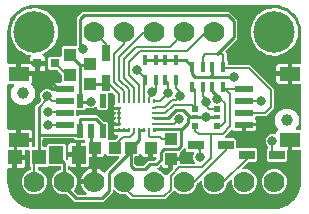
<source format=gbr>
G04 EAGLE Gerber RS-274X export*
G75*
%MOMM*%
%FSLAX34Y34*%
%LPD*%
%INTop Copper*%
%IPPOS*%
%AMOC8*
5,1,8,0,0,1.08239X$1,22.5*%
G01*
%ADD10R,1.200000X1.300000*%
%ADD11R,0.550000X1.200000*%
%ADD12R,1.240000X1.500000*%
%ADD13R,1.075000X1.000000*%
%ADD14R,0.450000X0.900000*%
%ADD15R,0.500000X0.500000*%
%ADD16R,0.500000X0.400000*%
%ADD17C,3.516000*%
%ADD18R,1.550000X0.600000*%
%ADD19R,1.800000X1.200000*%
%ADD20C,1.000000*%
%ADD21R,0.800000X0.800000*%
%ADD22R,1.000000X1.075000*%
%ADD23R,1.350000X0.800000*%
%ADD24R,0.800000X1.350000*%
%ADD25C,1.778000*%
%ADD26R,0.230000X0.350000*%
%ADD27R,0.350000X0.230000*%
%ADD28C,0.800100*%
%ADD29C,0.254000*%
%ADD30C,0.203200*%

G36*
X228644Y2547D02*
X228644Y2547D01*
X228680Y2544D01*
X232097Y2813D01*
X232255Y2848D01*
X232331Y2859D01*
X238831Y4971D01*
X239086Y5096D01*
X239100Y5109D01*
X239114Y5115D01*
X244643Y9133D01*
X244847Y9330D01*
X244856Y9346D01*
X244867Y9357D01*
X248885Y14886D01*
X249018Y15137D01*
X249022Y15156D01*
X249029Y15169D01*
X251141Y21669D01*
X251169Y21829D01*
X251187Y21903D01*
X251456Y25320D01*
X251453Y25365D01*
X251459Y25400D01*
X251459Y51344D01*
X251451Y51402D01*
X251453Y51460D01*
X251431Y51542D01*
X251419Y51626D01*
X251396Y51679D01*
X251381Y51735D01*
X251338Y51808D01*
X251303Y51885D01*
X251265Y51930D01*
X251236Y51980D01*
X251174Y52038D01*
X251120Y52102D01*
X251071Y52134D01*
X251028Y52174D01*
X250953Y52213D01*
X250883Y52260D01*
X250827Y52277D01*
X250775Y52304D01*
X250707Y52315D01*
X250612Y52345D01*
X250512Y52348D01*
X250444Y52359D01*
X243856Y52359D01*
X243856Y59884D01*
X243848Y59942D01*
X243849Y60000D01*
X243828Y60082D01*
X243816Y60165D01*
X243792Y60219D01*
X243778Y60275D01*
X243735Y60348D01*
X243700Y60425D01*
X243662Y60469D01*
X243632Y60520D01*
X243571Y60577D01*
X243516Y60642D01*
X243468Y60674D01*
X243425Y60714D01*
X243350Y60753D01*
X243280Y60799D01*
X243224Y60817D01*
X243172Y60844D01*
X243104Y60855D01*
X243009Y60885D01*
X242909Y60888D01*
X242841Y60899D01*
X240809Y60899D01*
X240751Y60891D01*
X240693Y60892D01*
X240611Y60871D01*
X240528Y60859D01*
X240474Y60835D01*
X240418Y60821D01*
X240345Y60778D01*
X240268Y60743D01*
X240223Y60705D01*
X240173Y60675D01*
X240115Y60614D01*
X240051Y60559D01*
X240019Y60511D01*
X239979Y60468D01*
X239940Y60393D01*
X239894Y60323D01*
X239876Y60267D01*
X239849Y60215D01*
X239838Y60147D01*
X239808Y60052D01*
X239805Y59952D01*
X239794Y59884D01*
X239794Y52323D01*
X239767Y52319D01*
X239714Y52295D01*
X239658Y52281D01*
X239585Y52238D01*
X239508Y52203D01*
X239463Y52165D01*
X239413Y52135D01*
X239355Y52074D01*
X239291Y52019D01*
X239259Y51971D01*
X239219Y51928D01*
X239180Y51853D01*
X239133Y51783D01*
X239116Y51727D01*
X239089Y51675D01*
X239078Y51607D01*
X239048Y51512D01*
X239045Y51412D01*
X239034Y51344D01*
X239034Y43523D01*
X237992Y42481D01*
X223018Y42481D01*
X221976Y43523D01*
X221976Y52997D01*
X223192Y54212D01*
X223193Y54214D01*
X223220Y54227D01*
X223302Y54305D01*
X223388Y54378D01*
X223404Y54403D01*
X223426Y54423D01*
X223483Y54521D01*
X223546Y54615D01*
X223555Y54643D01*
X223569Y54668D01*
X223597Y54778D01*
X223631Y54886D01*
X223632Y54916D01*
X223639Y54944D01*
X223636Y55057D01*
X223639Y55170D01*
X223631Y55199D01*
X223630Y55228D01*
X223596Y55336D01*
X223567Y55445D01*
X223552Y55471D01*
X223543Y55499D01*
X223497Y55563D01*
X223422Y55690D01*
X223376Y55733D01*
X223348Y55772D01*
X222069Y57051D01*
X221189Y59175D01*
X221189Y61475D01*
X222069Y63599D01*
X223694Y65224D01*
X225818Y66104D01*
X228118Y66104D01*
X228880Y65788D01*
X228992Y65760D01*
X229101Y65725D01*
X229129Y65724D01*
X229156Y65717D01*
X229270Y65721D01*
X229385Y65718D01*
X229412Y65725D01*
X229440Y65725D01*
X229549Y65760D01*
X229660Y65789D01*
X229684Y65804D01*
X229711Y65812D01*
X229806Y65876D01*
X229905Y65935D01*
X229924Y65955D01*
X229947Y65970D01*
X230021Y66058D01*
X230099Y66142D01*
X230112Y66167D01*
X230130Y66188D01*
X230176Y66293D01*
X230229Y66395D01*
X230233Y66420D01*
X230245Y66448D01*
X230282Y66711D01*
X230284Y66726D01*
X230284Y67234D01*
X230457Y67881D01*
X230792Y68460D01*
X231265Y68933D01*
X231519Y69080D01*
X231565Y69116D01*
X231616Y69144D01*
X231676Y69203D01*
X231743Y69255D01*
X231777Y69302D01*
X231819Y69343D01*
X231860Y69417D01*
X231909Y69485D01*
X231929Y69540D01*
X231958Y69591D01*
X231977Y69673D01*
X232005Y69753D01*
X232009Y69811D01*
X232023Y69868D01*
X232018Y69952D01*
X232024Y70037D01*
X232011Y70094D01*
X232008Y70152D01*
X231984Y70217D01*
X231962Y70314D01*
X231915Y70402D01*
X231891Y70467D01*
X229394Y74790D01*
X229394Y80150D01*
X232074Y84791D01*
X236715Y87471D01*
X242075Y87471D01*
X246716Y84791D01*
X249396Y80150D01*
X249396Y74790D01*
X247186Y70964D01*
X247172Y70927D01*
X247150Y70895D01*
X247119Y70796D01*
X247080Y70700D01*
X247076Y70661D01*
X247064Y70624D01*
X247062Y70520D01*
X247051Y70417D01*
X247058Y70379D01*
X247057Y70340D01*
X247083Y70239D01*
X247102Y70137D01*
X247119Y70102D01*
X247129Y70065D01*
X247182Y69976D01*
X247228Y69883D01*
X247254Y69854D01*
X247274Y69820D01*
X247350Y69749D01*
X247420Y69673D01*
X247453Y69652D01*
X247481Y69626D01*
X247574Y69579D01*
X247662Y69524D01*
X247700Y69514D01*
X247735Y69496D01*
X247811Y69483D01*
X247936Y69449D01*
X248011Y69450D01*
X248066Y69441D01*
X250444Y69441D01*
X250502Y69449D01*
X250560Y69447D01*
X250642Y69469D01*
X250726Y69481D01*
X250779Y69504D01*
X250835Y69519D01*
X250908Y69562D01*
X250985Y69597D01*
X251030Y69635D01*
X251080Y69664D01*
X251138Y69726D01*
X251202Y69780D01*
X251234Y69829D01*
X251274Y69872D01*
X251313Y69947D01*
X251360Y70017D01*
X251377Y70073D01*
X251404Y70125D01*
X251415Y70193D01*
X251445Y70288D01*
X251448Y70388D01*
X251459Y70456D01*
X251459Y107344D01*
X251451Y107402D01*
X251453Y107460D01*
X251431Y107542D01*
X251419Y107626D01*
X251396Y107679D01*
X251381Y107735D01*
X251338Y107808D01*
X251303Y107885D01*
X251265Y107930D01*
X251236Y107980D01*
X251174Y108038D01*
X251120Y108102D01*
X251071Y108134D01*
X251028Y108174D01*
X250953Y108213D01*
X250883Y108260D01*
X250827Y108277D01*
X250775Y108304D01*
X250707Y108315D01*
X250612Y108345D01*
X250512Y108348D01*
X250444Y108359D01*
X243856Y108359D01*
X243856Y115884D01*
X243848Y115942D01*
X243849Y116000D01*
X243828Y116082D01*
X243816Y116165D01*
X243792Y116219D01*
X243778Y116275D01*
X243735Y116348D01*
X243700Y116425D01*
X243662Y116469D01*
X243632Y116520D01*
X243571Y116577D01*
X243516Y116642D01*
X243468Y116674D01*
X243425Y116714D01*
X243350Y116753D01*
X243280Y116799D01*
X243224Y116817D01*
X243172Y116844D01*
X243104Y116855D01*
X243009Y116885D01*
X242909Y116888D01*
X242841Y116899D01*
X241824Y116899D01*
X241824Y116901D01*
X242841Y116901D01*
X242899Y116909D01*
X242957Y116908D01*
X243039Y116929D01*
X243122Y116941D01*
X243176Y116965D01*
X243232Y116979D01*
X243305Y117022D01*
X243382Y117057D01*
X243426Y117095D01*
X243477Y117125D01*
X243534Y117186D01*
X243599Y117241D01*
X243631Y117289D01*
X243671Y117332D01*
X243710Y117407D01*
X243756Y117477D01*
X243774Y117533D01*
X243801Y117585D01*
X243812Y117653D01*
X243842Y117748D01*
X243845Y117848D01*
X243856Y117916D01*
X243856Y125441D01*
X250444Y125441D01*
X250502Y125449D01*
X250560Y125447D01*
X250642Y125469D01*
X250726Y125481D01*
X250779Y125504D01*
X250835Y125519D01*
X250908Y125562D01*
X250985Y125597D01*
X251030Y125635D01*
X251080Y125664D01*
X251138Y125726D01*
X251202Y125780D01*
X251234Y125829D01*
X251274Y125872D01*
X251313Y125947D01*
X251360Y126017D01*
X251377Y126073D01*
X251404Y126125D01*
X251415Y126193D01*
X251445Y126288D01*
X251448Y126388D01*
X251459Y126456D01*
X251459Y152400D01*
X251453Y152444D01*
X251456Y152480D01*
X251187Y155897D01*
X251175Y155952D01*
X251175Y155960D01*
X251162Y156009D01*
X251152Y156055D01*
X251141Y156131D01*
X249029Y162631D01*
X248904Y162886D01*
X248891Y162900D01*
X248885Y162914D01*
X244867Y168443D01*
X244670Y168647D01*
X244654Y168656D01*
X244643Y168667D01*
X239114Y172685D01*
X238863Y172818D01*
X238844Y172822D01*
X238831Y172829D01*
X232331Y174941D01*
X232171Y174969D01*
X232097Y174987D01*
X228680Y175256D01*
X228635Y175253D01*
X228600Y175259D01*
X25400Y175259D01*
X25356Y175253D01*
X25320Y175256D01*
X21903Y174987D01*
X21745Y174952D01*
X21669Y174941D01*
X15169Y172829D01*
X14914Y172704D01*
X14900Y172691D01*
X14886Y172685D01*
X9357Y168667D01*
X9153Y168470D01*
X9144Y168454D01*
X9133Y168443D01*
X5115Y162914D01*
X4982Y162663D01*
X4978Y162644D01*
X4971Y162631D01*
X2859Y156131D01*
X2846Y156055D01*
X2832Y156011D01*
X2831Y155970D01*
X2813Y155897D01*
X2544Y152480D01*
X2547Y152435D01*
X2541Y152400D01*
X2541Y126456D01*
X2549Y126398D01*
X2547Y126340D01*
X2569Y126258D01*
X2581Y126174D01*
X2604Y126121D01*
X2619Y126065D01*
X2662Y125992D01*
X2697Y125915D01*
X2735Y125870D01*
X2764Y125820D01*
X2826Y125762D01*
X2880Y125698D01*
X2929Y125666D01*
X2972Y125626D01*
X3047Y125587D01*
X3117Y125540D01*
X3173Y125523D01*
X3225Y125496D01*
X3293Y125485D01*
X3388Y125455D01*
X3488Y125452D01*
X3556Y125441D01*
X10144Y125441D01*
X10144Y117916D01*
X10152Y117858D01*
X10150Y117800D01*
X10172Y117718D01*
X10184Y117635D01*
X10208Y117581D01*
X10222Y117525D01*
X10265Y117452D01*
X10300Y117375D01*
X10338Y117331D01*
X10368Y117280D01*
X10429Y117223D01*
X10484Y117158D01*
X10532Y117126D01*
X10575Y117086D01*
X10650Y117047D01*
X10720Y117001D01*
X10776Y116983D01*
X10828Y116956D01*
X10896Y116945D01*
X10991Y116915D01*
X11091Y116912D01*
X11159Y116901D01*
X12176Y116901D01*
X12176Y115884D01*
X12184Y115826D01*
X12183Y115768D01*
X12204Y115686D01*
X12216Y115603D01*
X12240Y115549D01*
X12254Y115493D01*
X12297Y115420D01*
X12332Y115343D01*
X12370Y115298D01*
X12400Y115248D01*
X12461Y115190D01*
X12516Y115126D01*
X12564Y115094D01*
X12607Y115054D01*
X12682Y115015D01*
X12752Y114969D01*
X12808Y114951D01*
X12860Y114924D01*
X12928Y114913D01*
X13023Y114883D01*
X13123Y114880D01*
X13191Y114869D01*
X23716Y114869D01*
X23716Y110566D01*
X23543Y109919D01*
X23208Y109340D01*
X23069Y109200D01*
X23039Y109161D01*
X23003Y109129D01*
X22954Y109048D01*
X22898Y108973D01*
X22880Y108928D01*
X22855Y108886D01*
X22830Y108795D01*
X22796Y108708D01*
X22792Y108659D01*
X22779Y108612D01*
X22781Y108518D01*
X22773Y108424D01*
X22782Y108376D01*
X22783Y108328D01*
X22810Y108238D01*
X22829Y108146D01*
X22851Y108102D01*
X22865Y108056D01*
X22916Y107977D01*
X22960Y107893D01*
X22993Y107858D01*
X23020Y107817D01*
X23077Y107770D01*
X23155Y107687D01*
X23185Y107670D01*
X25876Y103010D01*
X25876Y97650D01*
X23196Y93009D01*
X18555Y90329D01*
X13195Y90329D01*
X8554Y93009D01*
X5874Y97650D01*
X5874Y103010D01*
X8084Y106836D01*
X8098Y106873D01*
X8120Y106905D01*
X8151Y107004D01*
X8190Y107100D01*
X8194Y107139D01*
X8206Y107176D01*
X8208Y107280D01*
X8219Y107383D01*
X8212Y107421D01*
X8213Y107460D01*
X8187Y107561D01*
X8168Y107663D01*
X8151Y107698D01*
X8141Y107735D01*
X8088Y107824D01*
X8042Y107917D01*
X8016Y107946D01*
X7996Y107980D01*
X7920Y108051D01*
X7850Y108127D01*
X7817Y108148D01*
X7789Y108174D01*
X7696Y108221D01*
X7608Y108276D01*
X7570Y108286D01*
X7535Y108304D01*
X7459Y108317D01*
X7334Y108351D01*
X7259Y108350D01*
X7204Y108359D01*
X3556Y108359D01*
X3498Y108351D01*
X3440Y108353D01*
X3358Y108331D01*
X3274Y108319D01*
X3221Y108296D01*
X3165Y108281D01*
X3092Y108238D01*
X3015Y108203D01*
X2970Y108165D01*
X2920Y108136D01*
X2862Y108074D01*
X2798Y108020D01*
X2766Y107971D01*
X2726Y107928D01*
X2687Y107853D01*
X2640Y107783D01*
X2623Y107727D01*
X2596Y107675D01*
X2585Y107607D01*
X2555Y107512D01*
X2552Y107412D01*
X2541Y107344D01*
X2541Y70456D01*
X2549Y70398D01*
X2547Y70340D01*
X2569Y70258D01*
X2581Y70174D01*
X2604Y70121D01*
X2619Y70065D01*
X2662Y69992D01*
X2697Y69915D01*
X2735Y69870D01*
X2764Y69820D01*
X2826Y69762D01*
X2880Y69698D01*
X2929Y69666D01*
X2972Y69626D01*
X3047Y69587D01*
X3117Y69540D01*
X3173Y69523D01*
X3225Y69496D01*
X3293Y69485D01*
X3388Y69455D01*
X3488Y69452D01*
X3556Y69441D01*
X10144Y69441D01*
X10144Y61916D01*
X10152Y61858D01*
X10150Y61800D01*
X10172Y61718D01*
X10184Y61635D01*
X10208Y61581D01*
X10222Y61525D01*
X10265Y61452D01*
X10300Y61375D01*
X10338Y61331D01*
X10368Y61280D01*
X10429Y61223D01*
X10484Y61158D01*
X10532Y61126D01*
X10575Y61086D01*
X10650Y61047D01*
X10720Y61001D01*
X10776Y60983D01*
X10828Y60956D01*
X10896Y60945D01*
X10991Y60915D01*
X11091Y60912D01*
X11159Y60901D01*
X12176Y60901D01*
X12176Y59884D01*
X12184Y59826D01*
X12183Y59768D01*
X12204Y59686D01*
X12216Y59603D01*
X12240Y59549D01*
X12254Y59493D01*
X12297Y59420D01*
X12332Y59343D01*
X12370Y59298D01*
X12400Y59248D01*
X12461Y59190D01*
X12516Y59126D01*
X12564Y59094D01*
X12607Y59054D01*
X12682Y59015D01*
X12752Y58969D01*
X12808Y58951D01*
X12860Y58924D01*
X12928Y58913D01*
X13023Y58883D01*
X13123Y58880D01*
X13191Y58869D01*
X23716Y58869D01*
X23716Y55649D01*
X23724Y55591D01*
X23722Y55533D01*
X23744Y55451D01*
X23756Y55367D01*
X23779Y55314D01*
X23794Y55258D01*
X23837Y55185D01*
X23872Y55108D01*
X23910Y55063D01*
X23939Y55013D01*
X24001Y54955D01*
X24055Y54891D01*
X24104Y54859D01*
X24147Y54819D01*
X24222Y54780D01*
X24292Y54733D01*
X24348Y54716D01*
X24400Y54689D01*
X24468Y54678D01*
X24563Y54648D01*
X24663Y54645D01*
X24731Y54634D01*
X25171Y54634D01*
X25229Y54642D01*
X25287Y54640D01*
X25369Y54662D01*
X25453Y54674D01*
X25506Y54697D01*
X25562Y54712D01*
X25635Y54755D01*
X25712Y54790D01*
X25757Y54828D01*
X25807Y54857D01*
X25865Y54919D01*
X25929Y54973D01*
X25961Y55022D01*
X26001Y55065D01*
X26040Y55140D01*
X26087Y55210D01*
X26104Y55266D01*
X26131Y55318D01*
X26142Y55386D01*
X26172Y55481D01*
X26175Y55581D01*
X26186Y55649D01*
X26186Y89553D01*
X27982Y91349D01*
X27997Y91351D01*
X28085Y91354D01*
X28138Y91371D01*
X28192Y91379D01*
X28272Y91414D01*
X28355Y91441D01*
X28395Y91469D01*
X28452Y91495D01*
X28565Y91591D01*
X28629Y91636D01*
X31064Y94072D01*
X31065Y94073D01*
X31067Y94074D01*
X31151Y94188D01*
X31235Y94299D01*
X31236Y94300D01*
X31237Y94302D01*
X31287Y94434D01*
X31337Y94565D01*
X31337Y94566D01*
X31337Y94568D01*
X31348Y94706D01*
X31360Y94848D01*
X31360Y94850D01*
X31360Y94851D01*
X31356Y94866D01*
X31304Y95127D01*
X31290Y95154D01*
X31285Y95178D01*
X30416Y97275D01*
X30416Y99575D01*
X31296Y101699D01*
X32921Y103324D01*
X35045Y104204D01*
X37345Y104204D01*
X39469Y103324D01*
X40095Y102698D01*
X40165Y102645D01*
X40229Y102586D01*
X40278Y102560D01*
X40322Y102527D01*
X40404Y102496D01*
X40482Y102456D01*
X40529Y102448D01*
X40588Y102426D01*
X40736Y102414D01*
X40813Y102401D01*
X50691Y102401D01*
X50749Y102409D01*
X50807Y102407D01*
X50889Y102429D01*
X50972Y102441D01*
X51026Y102464D01*
X51082Y102479D01*
X51155Y102522D01*
X51232Y102557D01*
X51276Y102595D01*
X51327Y102624D01*
X51384Y102686D01*
X51449Y102740D01*
X51481Y102789D01*
X51521Y102832D01*
X51560Y102907D01*
X51606Y102977D01*
X51624Y103033D01*
X51651Y103085D01*
X51662Y103153D01*
X51692Y103248D01*
X51695Y103348D01*
X51706Y103416D01*
X51706Y104384D01*
X51698Y104442D01*
X51699Y104500D01*
X51678Y104582D01*
X51666Y104666D01*
X51642Y104719D01*
X51628Y104775D01*
X51584Y104848D01*
X51550Y104925D01*
X51512Y104970D01*
X51482Y105020D01*
X51421Y105078D01*
X51366Y105142D01*
X51318Y105174D01*
X51275Y105214D01*
X51200Y105253D01*
X51130Y105300D01*
X51074Y105317D01*
X51022Y105344D01*
X50954Y105355D01*
X50859Y105385D01*
X50759Y105388D01*
X50691Y105399D01*
X40884Y105399D01*
X40884Y107234D01*
X41057Y107881D01*
X41392Y108460D01*
X41865Y108933D01*
X42444Y109268D01*
X43091Y109441D01*
X47451Y109441D01*
X47509Y109449D01*
X47567Y109447D01*
X47649Y109469D01*
X47733Y109481D01*
X47786Y109504D01*
X47842Y109519D01*
X47915Y109562D01*
X47992Y109597D01*
X48037Y109635D01*
X48087Y109664D01*
X48145Y109726D01*
X48209Y109780D01*
X48241Y109829D01*
X48281Y109872D01*
X48320Y109947D01*
X48367Y110017D01*
X48384Y110073D01*
X48411Y110125D01*
X48422Y110193D01*
X48452Y110288D01*
X48455Y110388D01*
X48466Y110456D01*
X48466Y115951D01*
X48454Y116037D01*
X48451Y116125D01*
X48434Y116178D01*
X48426Y116232D01*
X48391Y116312D01*
X48364Y116395D01*
X48336Y116435D01*
X48310Y116492D01*
X48214Y116605D01*
X48169Y116669D01*
X45184Y119654D01*
X45114Y119706D01*
X45050Y119766D01*
X45001Y119792D01*
X44957Y119825D01*
X44875Y119856D01*
X44797Y119896D01*
X44749Y119904D01*
X44691Y119926D01*
X44543Y119938D01*
X44466Y119951D01*
X38323Y119951D01*
X37281Y120993D01*
X37281Y130467D01*
X38323Y131509D01*
X47451Y131509D01*
X47509Y131517D01*
X47567Y131515D01*
X47649Y131537D01*
X47733Y131549D01*
X47786Y131572D01*
X47842Y131587D01*
X47915Y131630D01*
X47992Y131665D01*
X48037Y131703D01*
X48087Y131732D01*
X48145Y131794D01*
X48209Y131848D01*
X48241Y131897D01*
X48281Y131940D01*
X48320Y132015D01*
X48367Y132085D01*
X48384Y132141D01*
X48411Y132193D01*
X48422Y132261D01*
X48452Y132356D01*
X48455Y132456D01*
X48466Y132524D01*
X48466Y139072D01*
X49508Y140114D01*
X60198Y140114D01*
X60256Y140122D01*
X60314Y140120D01*
X60396Y140142D01*
X60480Y140154D01*
X60533Y140177D01*
X60589Y140192D01*
X60662Y140235D01*
X60739Y140270D01*
X60784Y140308D01*
X60834Y140337D01*
X60892Y140399D01*
X60956Y140453D01*
X60988Y140502D01*
X61028Y140545D01*
X61067Y140620D01*
X61114Y140690D01*
X61131Y140746D01*
X61158Y140798D01*
X61169Y140866D01*
X61199Y140961D01*
X61202Y141061D01*
X61213Y141129D01*
X61213Y164585D01*
X66047Y169419D01*
X190493Y169419D01*
X197359Y162553D01*
X197359Y146692D01*
X195276Y144609D01*
X195275Y144609D01*
X187412Y136746D01*
X187377Y136699D01*
X187335Y136659D01*
X187292Y136586D01*
X187241Y136519D01*
X187221Y136464D01*
X187191Y136414D01*
X187170Y136332D01*
X187140Y136253D01*
X187135Y136195D01*
X187121Y136138D01*
X187124Y136054D01*
X187117Y135970D01*
X187128Y135912D01*
X187130Y135854D01*
X187156Y135774D01*
X187173Y135691D01*
X187199Y135639D01*
X187217Y135583D01*
X187258Y135527D01*
X187304Y135439D01*
X187372Y135366D01*
X187412Y135310D01*
X188215Y134508D01*
X188215Y129356D01*
X188227Y129270D01*
X188230Y129182D01*
X188247Y129130D01*
X188255Y129075D01*
X188290Y128995D01*
X188317Y128912D01*
X188345Y128873D01*
X188371Y128815D01*
X188467Y128702D01*
X188512Y128638D01*
X189114Y128037D01*
X189114Y125340D01*
X189121Y125289D01*
X189120Y125270D01*
X189121Y125266D01*
X189120Y125224D01*
X189142Y125142D01*
X189154Y125058D01*
X189177Y125005D01*
X189192Y124949D01*
X189235Y124876D01*
X189270Y124799D01*
X189308Y124754D01*
X189337Y124704D01*
X189399Y124646D01*
X189453Y124582D01*
X189502Y124550D01*
X189545Y124510D01*
X189620Y124471D01*
X189690Y124424D01*
X189746Y124407D01*
X189798Y124380D01*
X189866Y124369D01*
X189961Y124339D01*
X190061Y124336D01*
X190129Y124325D01*
X207923Y124325D01*
X228220Y104028D01*
X228220Y87742D01*
X221583Y81105D01*
X213369Y81105D01*
X213311Y81097D01*
X213253Y81099D01*
X213171Y81077D01*
X213087Y81065D01*
X213034Y81042D01*
X212978Y81027D01*
X212905Y80984D01*
X212828Y80949D01*
X212783Y80911D01*
X212733Y80882D01*
X212675Y80820D01*
X212611Y80766D01*
X212579Y80717D01*
X212539Y80674D01*
X212500Y80599D01*
X212453Y80529D01*
X212436Y80473D01*
X212409Y80421D01*
X212398Y80353D01*
X212368Y80258D01*
X212366Y80175D01*
X212347Y80157D01*
X212312Y80110D01*
X212270Y80070D01*
X212227Y79997D01*
X212176Y79930D01*
X212156Y79875D01*
X212126Y79824D01*
X212105Y79743D01*
X212075Y79664D01*
X212070Y79606D01*
X212056Y79549D01*
X212058Y79465D01*
X212051Y79381D01*
X212063Y79323D01*
X212065Y79265D01*
X212091Y79184D01*
X212107Y79102D01*
X212134Y79050D01*
X212152Y78994D01*
X212192Y78938D01*
X212238Y78850D01*
X212307Y78777D01*
X212347Y78721D01*
X212608Y78460D01*
X212943Y77881D01*
X213116Y77234D01*
X213116Y75399D01*
X203309Y75399D01*
X203251Y75391D01*
X203193Y75393D01*
X203111Y75371D01*
X203028Y75359D01*
X202974Y75336D01*
X202918Y75321D01*
X202845Y75278D01*
X202768Y75243D01*
X202724Y75205D01*
X202673Y75176D01*
X202616Y75114D01*
X202551Y75060D01*
X202519Y75011D01*
X202479Y74968D01*
X202440Y74893D01*
X202394Y74823D01*
X202376Y74767D01*
X202349Y74715D01*
X202338Y74647D01*
X202308Y74552D01*
X202305Y74452D01*
X202301Y74425D01*
X202283Y74423D01*
X202225Y74424D01*
X202143Y74403D01*
X202059Y74391D01*
X202006Y74367D01*
X201950Y74353D01*
X201877Y74309D01*
X201800Y74275D01*
X201755Y74237D01*
X201705Y74207D01*
X201647Y74146D01*
X201583Y74091D01*
X201551Y74043D01*
X201511Y74000D01*
X201472Y73925D01*
X201425Y73855D01*
X201408Y73799D01*
X201381Y73747D01*
X201370Y73679D01*
X201340Y73584D01*
X201337Y73484D01*
X201326Y73416D01*
X201326Y68359D01*
X194741Y68359D01*
X194094Y68532D01*
X193515Y68867D01*
X193257Y69124D01*
X193211Y69159D01*
X193170Y69202D01*
X193098Y69245D01*
X193030Y69295D01*
X192976Y69316D01*
X192925Y69346D01*
X192844Y69366D01*
X192765Y69396D01*
X192706Y69401D01*
X192650Y69416D01*
X192565Y69413D01*
X192481Y69420D01*
X192424Y69409D01*
X192366Y69407D01*
X192285Y69381D01*
X192203Y69364D01*
X192151Y69337D01*
X192095Y69319D01*
X192039Y69279D01*
X191950Y69233D01*
X191878Y69164D01*
X191822Y69124D01*
X187877Y65180D01*
X186724Y64027D01*
X186707Y64003D01*
X186684Y63984D01*
X186621Y63890D01*
X186553Y63800D01*
X186543Y63772D01*
X186527Y63748D01*
X186492Y63640D01*
X186452Y63534D01*
X186450Y63505D01*
X186441Y63477D01*
X186438Y63363D01*
X186429Y63251D01*
X186434Y63222D01*
X186434Y63193D01*
X186462Y63083D01*
X186484Y62972D01*
X186498Y62946D01*
X186505Y62918D01*
X186563Y62820D01*
X186615Y62720D01*
X186636Y62698D01*
X186651Y62673D01*
X186733Y62596D01*
X186811Y62514D01*
X186836Y62499D01*
X186858Y62479D01*
X186959Y62427D01*
X187056Y62370D01*
X187085Y62363D01*
X187111Y62349D01*
X187188Y62336D01*
X187332Y62300D01*
X187394Y62302D01*
X187442Y62294D01*
X194812Y62294D01*
X195854Y61252D01*
X195854Y54725D01*
X195858Y54696D01*
X195855Y54667D01*
X195878Y54556D01*
X195894Y54444D01*
X195906Y54417D01*
X195911Y54388D01*
X195963Y54288D01*
X196010Y54184D01*
X196029Y54162D01*
X196042Y54136D01*
X196120Y54054D01*
X196193Y53967D01*
X196218Y53951D01*
X196238Y53930D01*
X196336Y53873D01*
X196430Y53810D01*
X196458Y53801D01*
X196483Y53786D01*
X196593Y53758D01*
X196701Y53724D01*
X196730Y53723D01*
X196759Y53716D01*
X196872Y53720D01*
X196985Y53717D01*
X197014Y53724D01*
X197043Y53725D01*
X197151Y53760D01*
X197260Y53789D01*
X197286Y53803D01*
X197314Y53813D01*
X197377Y53858D01*
X197505Y53934D01*
X197548Y53979D01*
X197587Y54007D01*
X197618Y54039D01*
X212592Y54039D01*
X213634Y52997D01*
X213634Y43523D01*
X212592Y42481D01*
X206874Y42481D01*
X206788Y42469D01*
X206700Y42466D01*
X206647Y42449D01*
X206593Y42441D01*
X206513Y42406D01*
X206430Y42379D01*
X206390Y42351D01*
X206333Y42325D01*
X206220Y42229D01*
X206156Y42184D01*
X201774Y37802D01*
X201757Y37778D01*
X201734Y37759D01*
X201671Y37665D01*
X201603Y37575D01*
X201593Y37547D01*
X201577Y37523D01*
X201542Y37415D01*
X201502Y37309D01*
X201500Y37280D01*
X201491Y37252D01*
X201488Y37138D01*
X201479Y37026D01*
X201484Y36997D01*
X201484Y36968D01*
X201512Y36858D01*
X201534Y36747D01*
X201548Y36721D01*
X201555Y36693D01*
X201613Y36595D01*
X201665Y36495D01*
X201686Y36473D01*
X201701Y36448D01*
X201783Y36371D01*
X201861Y36289D01*
X201887Y36274D01*
X201908Y36254D01*
X202009Y36202D01*
X202106Y36145D01*
X202135Y36138D01*
X202161Y36124D01*
X202238Y36111D01*
X202382Y36075D01*
X202444Y36077D01*
X202492Y36069D01*
X205322Y36069D01*
X209243Y34444D01*
X212244Y31443D01*
X213869Y27522D01*
X213869Y23278D01*
X212244Y19357D01*
X209243Y16356D01*
X205322Y14731D01*
X201078Y14731D01*
X197157Y16356D01*
X194156Y19357D01*
X192531Y23278D01*
X192531Y26108D01*
X192527Y26137D01*
X192530Y26166D01*
X192507Y26277D01*
X192491Y26389D01*
X192479Y26416D01*
X192474Y26445D01*
X192422Y26545D01*
X192375Y26649D01*
X192356Y26671D01*
X192343Y26697D01*
X192265Y26779D01*
X192192Y26866D01*
X192167Y26882D01*
X192147Y26903D01*
X192049Y26961D01*
X191955Y27023D01*
X191927Y27032D01*
X191902Y27047D01*
X191792Y27075D01*
X191684Y27109D01*
X191654Y27110D01*
X191626Y27117D01*
X191513Y27114D01*
X191400Y27116D01*
X191371Y27109D01*
X191342Y27108D01*
X191234Y27073D01*
X191125Y27045D01*
X191099Y27030D01*
X191071Y27021D01*
X191008Y26975D01*
X190880Y26899D01*
X190837Y26854D01*
X190798Y26826D01*
X188766Y24794D01*
X188714Y24724D01*
X188654Y24660D01*
X188628Y24611D01*
X188595Y24567D01*
X188564Y24485D01*
X188524Y24407D01*
X188516Y24359D01*
X188494Y24301D01*
X188482Y24153D01*
X188469Y24076D01*
X188469Y23278D01*
X186844Y19357D01*
X183843Y16356D01*
X179922Y14731D01*
X175678Y14731D01*
X171757Y16356D01*
X168756Y19357D01*
X167131Y23278D01*
X167131Y25473D01*
X167127Y25502D01*
X167130Y25531D01*
X167107Y25642D01*
X167091Y25754D01*
X167079Y25781D01*
X167074Y25810D01*
X167021Y25911D01*
X166975Y26014D01*
X166956Y26036D01*
X166943Y26062D01*
X166865Y26144D01*
X166792Y26231D01*
X166767Y26247D01*
X166747Y26268D01*
X166649Y26325D01*
X166555Y26388D01*
X166527Y26397D01*
X166502Y26412D01*
X166392Y26440D01*
X166284Y26474D01*
X166254Y26475D01*
X166226Y26482D01*
X166113Y26479D01*
X166000Y26481D01*
X165971Y26474D01*
X165942Y26473D01*
X165834Y26438D01*
X165725Y26410D01*
X165699Y26395D01*
X165671Y26386D01*
X165607Y26340D01*
X165480Y26264D01*
X165437Y26219D01*
X165398Y26191D01*
X163747Y24540D01*
X163366Y24159D01*
X163314Y24089D01*
X163254Y24025D01*
X163228Y23976D01*
X163195Y23932D01*
X163164Y23850D01*
X163124Y23772D01*
X163116Y23724D01*
X163094Y23666D01*
X163082Y23518D01*
X163069Y23441D01*
X163069Y23278D01*
X161444Y19357D01*
X158443Y16356D01*
X154522Y14731D01*
X150278Y14731D01*
X146357Y16355D01*
X145010Y17702D01*
X144963Y17737D01*
X144923Y17780D01*
X144850Y17822D01*
X144783Y17873D01*
X144728Y17894D01*
X144678Y17923D01*
X144596Y17944D01*
X144517Y17974D01*
X144459Y17979D01*
X144402Y17993D01*
X144318Y17991D01*
X144234Y17998D01*
X144177Y17986D01*
X144118Y17984D01*
X144038Y17958D01*
X143955Y17942D01*
X143903Y17915D01*
X143848Y17897D01*
X143792Y17857D01*
X143703Y17811D01*
X143630Y17742D01*
X143574Y17702D01*
X136413Y10540D01*
X107427Y10540D01*
X103534Y14434D01*
X103464Y14486D01*
X103400Y14546D01*
X103351Y14572D01*
X103307Y14605D01*
X103225Y14636D01*
X103147Y14676D01*
X103099Y14684D01*
X103041Y14706D01*
X102893Y14718D01*
X102816Y14731D01*
X99478Y14731D01*
X95557Y16355D01*
X93682Y18230D01*
X93658Y18248D01*
X93639Y18270D01*
X93545Y18333D01*
X93455Y18401D01*
X93427Y18412D01*
X93403Y18428D01*
X93295Y18462D01*
X93189Y18502D01*
X93160Y18505D01*
X93132Y18514D01*
X93018Y18517D01*
X92906Y18526D01*
X92877Y18520D01*
X92848Y18521D01*
X92738Y18492D01*
X92627Y18470D01*
X92601Y18457D01*
X92573Y18449D01*
X92475Y18391D01*
X92375Y18339D01*
X92353Y18319D01*
X92328Y18304D01*
X92251Y18221D01*
X92169Y18143D01*
X92154Y18118D01*
X92134Y18097D01*
X92082Y17996D01*
X92025Y17898D01*
X92018Y17870D01*
X92004Y17843D01*
X91991Y17766D01*
X91955Y17623D01*
X91957Y17560D01*
X91949Y17512D01*
X91949Y16517D01*
X83813Y8381D01*
X59697Y8381D01*
X53645Y14434D01*
X53575Y14486D01*
X53511Y14546D01*
X53461Y14572D01*
X53417Y14605D01*
X53336Y14636D01*
X53258Y14676D01*
X53210Y14684D01*
X53152Y14706D01*
X53004Y14718D01*
X52927Y14731D01*
X48678Y14731D01*
X44757Y16356D01*
X41756Y19357D01*
X40131Y23278D01*
X40131Y27522D01*
X41756Y31443D01*
X44757Y34444D01*
X47125Y35425D01*
X47126Y35426D01*
X47127Y35427D01*
X47242Y35495D01*
X47369Y35570D01*
X47370Y35571D01*
X47372Y35572D01*
X47466Y35672D01*
X47565Y35777D01*
X47565Y35778D01*
X47566Y35779D01*
X47629Y35903D01*
X47695Y36029D01*
X47695Y36031D01*
X47696Y36032D01*
X47698Y36047D01*
X47750Y36308D01*
X47747Y36339D01*
X47751Y36363D01*
X47751Y37966D01*
X47743Y38024D01*
X47745Y38082D01*
X47723Y38164D01*
X47711Y38248D01*
X47688Y38301D01*
X47673Y38357D01*
X47630Y38430D01*
X47595Y38507D01*
X47557Y38552D01*
X47528Y38602D01*
X47466Y38660D01*
X47412Y38724D01*
X47363Y38756D01*
X47320Y38796D01*
X47245Y38835D01*
X47175Y38882D01*
X47119Y38899D01*
X47067Y38926D01*
X46999Y38937D01*
X46904Y38967D01*
X46804Y38970D01*
X46736Y38981D01*
X37272Y38981D01*
X37186Y38969D01*
X37098Y38966D01*
X37046Y38949D01*
X36991Y38941D01*
X36911Y38906D01*
X36828Y38879D01*
X36789Y38851D01*
X36731Y38825D01*
X36618Y38729D01*
X36554Y38684D01*
X35947Y38076D01*
X29210Y38076D01*
X29152Y38068D01*
X29094Y38070D01*
X29012Y38048D01*
X28928Y38036D01*
X28875Y38013D01*
X28819Y37998D01*
X28746Y37955D01*
X28669Y37920D01*
X28624Y37882D01*
X28574Y37853D01*
X28516Y37791D01*
X28452Y37737D01*
X28420Y37688D01*
X28380Y37645D01*
X28341Y37570D01*
X28294Y37500D01*
X28277Y37444D01*
X28250Y37392D01*
X28239Y37324D01*
X28209Y37229D01*
X28206Y37129D01*
X28195Y37061D01*
X28195Y36469D01*
X28195Y36467D01*
X28195Y36465D01*
X28216Y36319D01*
X28235Y36187D01*
X28235Y36186D01*
X28235Y36184D01*
X28293Y36057D01*
X28351Y35928D01*
X28352Y35926D01*
X28353Y35925D01*
X28444Y35818D01*
X28534Y35711D01*
X28536Y35710D01*
X28537Y35709D01*
X28550Y35700D01*
X28771Y35553D01*
X28800Y35544D01*
X28821Y35531D01*
X31443Y34444D01*
X34444Y31443D01*
X36069Y27522D01*
X36069Y23278D01*
X34444Y19357D01*
X31443Y16356D01*
X27522Y14731D01*
X23278Y14731D01*
X19357Y16356D01*
X16356Y19357D01*
X14731Y23278D01*
X14731Y27522D01*
X16356Y31443D01*
X19357Y34444D01*
X21979Y35531D01*
X21980Y35531D01*
X21981Y35532D01*
X22100Y35602D01*
X22223Y35675D01*
X22224Y35676D01*
X22226Y35677D01*
X22323Y35781D01*
X22419Y35882D01*
X22419Y35883D01*
X22420Y35884D01*
X22484Y36009D01*
X22549Y36134D01*
X22549Y36136D01*
X22550Y36137D01*
X22552Y36152D01*
X22604Y36413D01*
X22601Y36444D01*
X22605Y36469D01*
X22605Y37524D01*
X22593Y37610D01*
X22590Y37698D01*
X22573Y37750D01*
X22565Y37805D01*
X22530Y37885D01*
X22503Y37968D01*
X22475Y38007D01*
X22449Y38065D01*
X22353Y38178D01*
X22308Y38242D01*
X21431Y39118D01*
X21431Y51344D01*
X21423Y51402D01*
X21425Y51460D01*
X21403Y51542D01*
X21391Y51626D01*
X21368Y51679D01*
X21353Y51735D01*
X21310Y51808D01*
X21275Y51885D01*
X21237Y51930D01*
X21208Y51980D01*
X21146Y52038D01*
X21092Y52102D01*
X21043Y52134D01*
X21000Y52174D01*
X20925Y52213D01*
X20855Y52260D01*
X20799Y52277D01*
X20747Y52304D01*
X20679Y52315D01*
X20584Y52345D01*
X20484Y52348D01*
X20416Y52359D01*
X18446Y52359D01*
X18388Y52351D01*
X18330Y52353D01*
X18248Y52331D01*
X18164Y52319D01*
X18111Y52296D01*
X18055Y52281D01*
X17982Y52238D01*
X17905Y52203D01*
X17860Y52165D01*
X17810Y52136D01*
X17752Y52074D01*
X17688Y52020D01*
X17656Y51971D01*
X17616Y51928D01*
X17577Y51853D01*
X17530Y51783D01*
X17513Y51727D01*
X17486Y51675D01*
X17475Y51607D01*
X17445Y51512D01*
X17442Y51412D01*
X17431Y51344D01*
X17431Y48386D01*
X9906Y48386D01*
X9848Y48378D01*
X9790Y48379D01*
X9708Y48358D01*
X9625Y48346D01*
X9571Y48322D01*
X9515Y48308D01*
X9442Y48265D01*
X9365Y48230D01*
X9321Y48192D01*
X9270Y48162D01*
X9213Y48101D01*
X9148Y48046D01*
X9116Y47998D01*
X9076Y47955D01*
X9037Y47880D01*
X8991Y47810D01*
X8973Y47754D01*
X8946Y47702D01*
X8935Y47634D01*
X8905Y47539D01*
X8902Y47439D01*
X8891Y47371D01*
X8891Y46354D01*
X7874Y46354D01*
X7816Y46346D01*
X7758Y46347D01*
X7676Y46326D01*
X7593Y46314D01*
X7539Y46290D01*
X7483Y46276D01*
X7410Y46233D01*
X7333Y46198D01*
X7288Y46160D01*
X7238Y46130D01*
X7180Y46069D01*
X7116Y46014D01*
X7084Y45966D01*
X7044Y45923D01*
X7005Y45848D01*
X6959Y45778D01*
X6941Y45722D01*
X6914Y45670D01*
X6903Y45602D01*
X6873Y45507D01*
X6870Y45407D01*
X6859Y45339D01*
X6859Y37314D01*
X3556Y37314D01*
X3498Y37306D01*
X3440Y37308D01*
X3358Y37286D01*
X3274Y37274D01*
X3221Y37251D01*
X3165Y37236D01*
X3092Y37193D01*
X3015Y37158D01*
X2970Y37120D01*
X2920Y37091D01*
X2862Y37029D01*
X2798Y36975D01*
X2766Y36926D01*
X2726Y36883D01*
X2687Y36808D01*
X2640Y36738D01*
X2623Y36682D01*
X2596Y36630D01*
X2585Y36562D01*
X2555Y36467D01*
X2552Y36367D01*
X2541Y36299D01*
X2541Y25400D01*
X2547Y25356D01*
X2544Y25320D01*
X2813Y21903D01*
X2848Y21745D01*
X2859Y21669D01*
X4971Y15169D01*
X5096Y14914D01*
X5109Y14900D01*
X5115Y14886D01*
X9133Y9357D01*
X9330Y9153D01*
X9346Y9144D01*
X9357Y9133D01*
X14886Y5115D01*
X15137Y4982D01*
X15156Y4978D01*
X15169Y4971D01*
X21669Y2859D01*
X21829Y2831D01*
X21903Y2813D01*
X25320Y2544D01*
X25365Y2547D01*
X25400Y2541D01*
X228600Y2541D01*
X228644Y2547D01*
G37*
%LPC*%
G36*
X28051Y126996D02*
X28051Y126996D01*
X28027Y127049D01*
X28013Y127105D01*
X27969Y127178D01*
X27935Y127255D01*
X27897Y127300D01*
X27867Y127350D01*
X27806Y127408D01*
X27751Y127472D01*
X27703Y127504D01*
X27660Y127544D01*
X27585Y127583D01*
X27515Y127630D01*
X27459Y127647D01*
X27407Y127674D01*
X27339Y127685D01*
X27244Y127715D01*
X27144Y127718D01*
X27076Y127729D01*
X21519Y127729D01*
X21519Y130064D01*
X21692Y130711D01*
X22031Y131297D01*
X22093Y131380D01*
X22169Y131471D01*
X22179Y131493D01*
X22193Y131512D01*
X22235Y131623D01*
X22283Y131732D01*
X22286Y131756D01*
X22294Y131778D01*
X22304Y131896D01*
X22319Y132013D01*
X22316Y132037D01*
X22318Y132061D01*
X22295Y132178D01*
X22277Y132295D01*
X22267Y132316D01*
X22262Y132340D01*
X22207Y132445D01*
X22158Y132553D01*
X22142Y132571D01*
X22131Y132592D01*
X22049Y132678D01*
X21972Y132768D01*
X21952Y132781D01*
X21935Y132799D01*
X21833Y132859D01*
X21734Y132923D01*
X21713Y132929D01*
X21690Y132942D01*
X21414Y133012D01*
X21412Y133012D01*
X21410Y133013D01*
X19177Y133248D01*
X14476Y135962D01*
X14405Y135990D01*
X14367Y136014D01*
X14325Y136049D01*
X11925Y137435D01*
X9147Y141257D01*
X9082Y141325D01*
X9044Y141379D01*
X8983Y141440D01*
X8911Y141561D01*
X8877Y141629D01*
X7003Y144209D01*
X6141Y148264D01*
X6103Y148369D01*
X6086Y148441D01*
X6041Y148549D01*
X6041Y148627D01*
X6022Y148760D01*
X6019Y148838D01*
X5262Y152400D01*
X6019Y155962D01*
X6028Y156096D01*
X6041Y156173D01*
X6041Y156251D01*
X6086Y156359D01*
X6114Y156468D01*
X6141Y156536D01*
X7003Y160591D01*
X8877Y163171D01*
X8953Y163314D01*
X8981Y163359D01*
X9044Y163421D01*
X9100Y163496D01*
X9147Y163543D01*
X11925Y167365D01*
X14325Y168751D01*
X14375Y168790D01*
X14423Y168818D01*
X14476Y168838D01*
X19177Y171552D01*
X27505Y172428D01*
X35469Y169840D01*
X41692Y164237D01*
X45098Y156587D01*
X45098Y148213D01*
X41692Y140563D01*
X35469Y134960D01*
X32803Y134094D01*
X32682Y134035D01*
X32560Y133977D01*
X32554Y133972D01*
X32548Y133969D01*
X32448Y133879D01*
X32346Y133789D01*
X32342Y133783D01*
X32337Y133778D01*
X32266Y133663D01*
X32193Y133549D01*
X32191Y133543D01*
X32187Y133536D01*
X32151Y133405D01*
X32113Y133277D01*
X32113Y133270D01*
X32111Y133263D01*
X32112Y133126D01*
X32111Y132993D01*
X32113Y132986D01*
X32113Y132978D01*
X32151Y132849D01*
X32188Y132719D01*
X32192Y132713D01*
X32194Y132706D01*
X32266Y132592D01*
X32338Y132477D01*
X32343Y132473D01*
X32347Y132466D01*
X32449Y132377D01*
X32549Y132287D01*
X32555Y132284D01*
X32561Y132279D01*
X32818Y132158D01*
X32839Y132155D01*
X32854Y132148D01*
X33041Y132098D01*
X33620Y131763D01*
X34093Y131290D01*
X34428Y130711D01*
X34601Y130064D01*
X34601Y127729D01*
X29044Y127729D01*
X28986Y127721D01*
X28928Y127723D01*
X28846Y127701D01*
X28763Y127689D01*
X28709Y127666D01*
X28653Y127651D01*
X28580Y127608D01*
X28503Y127573D01*
X28459Y127535D01*
X28408Y127506D01*
X28351Y127444D01*
X28286Y127390D01*
X28254Y127341D01*
X28214Y127298D01*
X28175Y127223D01*
X28129Y127153D01*
X28111Y127097D01*
X28084Y127045D01*
X28073Y126977D01*
X28060Y126935D01*
X28051Y126996D01*
G37*
%LPD*%
%LPC*%
G36*
X222377Y133248D02*
X222377Y133248D01*
X217676Y135962D01*
X217605Y135990D01*
X217567Y136014D01*
X217525Y136049D01*
X215125Y137435D01*
X212347Y141257D01*
X212282Y141325D01*
X212244Y141379D01*
X212183Y141440D01*
X212111Y141561D01*
X212077Y141629D01*
X210203Y144209D01*
X209341Y148264D01*
X209303Y148369D01*
X209286Y148441D01*
X209241Y148549D01*
X209241Y148627D01*
X209222Y148760D01*
X209219Y148838D01*
X208462Y152400D01*
X209219Y155962D01*
X209228Y156096D01*
X209241Y156173D01*
X209241Y156251D01*
X209286Y156359D01*
X209314Y156468D01*
X209341Y156536D01*
X210203Y160591D01*
X212077Y163171D01*
X212153Y163314D01*
X212181Y163359D01*
X212244Y163421D01*
X212300Y163496D01*
X212347Y163543D01*
X215125Y167365D01*
X217525Y168751D01*
X217575Y168790D01*
X217623Y168818D01*
X217676Y168838D01*
X222377Y171552D01*
X230705Y172428D01*
X238669Y169840D01*
X244892Y164237D01*
X248298Y156587D01*
X248298Y148213D01*
X244892Y140563D01*
X238669Y134960D01*
X230705Y132372D01*
X222377Y133248D01*
G37*
%LPD*%
G36*
X68768Y14494D02*
X68768Y14494D01*
X68876Y14502D01*
X68908Y14514D01*
X68942Y14519D01*
X69041Y14563D01*
X69143Y14601D01*
X69170Y14621D01*
X69201Y14635D01*
X69284Y14705D01*
X69372Y14770D01*
X69392Y14797D01*
X69418Y14818D01*
X69478Y14909D01*
X69544Y14995D01*
X69557Y15027D01*
X69576Y15055D01*
X69608Y15159D01*
X69648Y15260D01*
X69651Y15294D01*
X69661Y15326D01*
X69664Y15435D01*
X69674Y15543D01*
X69668Y15576D01*
X69669Y15610D01*
X69641Y15715D01*
X69621Y15822D01*
X69605Y15853D01*
X69597Y15885D01*
X69541Y15979D01*
X69492Y16076D01*
X69471Y16098D01*
X69452Y16130D01*
X69292Y16280D01*
X69257Y16315D01*
X68753Y16681D01*
X67481Y17953D01*
X66424Y19409D01*
X65607Y21012D01*
X65051Y22723D01*
X64948Y23369D01*
X75184Y23369D01*
X75242Y23377D01*
X75300Y23375D01*
X75382Y23397D01*
X75465Y23409D01*
X75519Y23433D01*
X75575Y23447D01*
X75648Y23490D01*
X75725Y23525D01*
X75769Y23563D01*
X75820Y23593D01*
X75877Y23654D01*
X75942Y23709D01*
X75974Y23757D01*
X76014Y23800D01*
X76053Y23875D01*
X76099Y23945D01*
X76117Y24001D01*
X76144Y24053D01*
X76155Y24121D01*
X76185Y24216D01*
X76188Y24316D01*
X76199Y24384D01*
X76199Y25401D01*
X77216Y25401D01*
X77274Y25409D01*
X77332Y25408D01*
X77414Y25429D01*
X77497Y25441D01*
X77551Y25465D01*
X77607Y25479D01*
X77680Y25522D01*
X77757Y25557D01*
X77802Y25595D01*
X77852Y25625D01*
X77910Y25686D01*
X77974Y25741D01*
X78006Y25789D01*
X78046Y25832D01*
X78085Y25907D01*
X78131Y25977D01*
X78149Y26033D01*
X78176Y26085D01*
X78187Y26153D01*
X78217Y26248D01*
X78220Y26348D01*
X78231Y26416D01*
X78231Y36652D01*
X78877Y36549D01*
X80588Y35993D01*
X82191Y35176D01*
X83647Y34119D01*
X84118Y33647D01*
X84142Y33630D01*
X84161Y33607D01*
X84255Y33545D01*
X84345Y33476D01*
X84373Y33466D01*
X84397Y33450D01*
X84505Y33416D01*
X84611Y33375D01*
X84640Y33373D01*
X84668Y33364D01*
X84781Y33361D01*
X84894Y33352D01*
X84923Y33357D01*
X84952Y33357D01*
X85062Y33385D01*
X85173Y33408D01*
X85199Y33421D01*
X85227Y33428D01*
X85325Y33486D01*
X85425Y33539D01*
X85447Y33559D01*
X85472Y33574D01*
X85549Y33656D01*
X85631Y33734D01*
X85646Y33760D01*
X85666Y33781D01*
X85718Y33882D01*
X85775Y33980D01*
X85782Y34008D01*
X85796Y34034D01*
X85809Y34111D01*
X85845Y34255D01*
X85845Y34276D01*
X87934Y36366D01*
X87935Y36366D01*
X97032Y45463D01*
X97049Y45487D01*
X97072Y45506D01*
X97135Y45600D01*
X97202Y45690D01*
X97213Y45718D01*
X97229Y45742D01*
X97263Y45850D01*
X97304Y45956D01*
X97306Y45985D01*
X97315Y46013D01*
X97318Y46127D01*
X97327Y46239D01*
X97322Y46268D01*
X97322Y46297D01*
X97294Y46407D01*
X97271Y46518D01*
X97258Y46544D01*
X97250Y46572D01*
X97193Y46670D01*
X97140Y46770D01*
X97120Y46792D01*
X97105Y46817D01*
X97023Y46894D01*
X96945Y46976D01*
X96919Y46991D01*
X96898Y47011D01*
X96797Y47063D01*
X96699Y47120D01*
X96671Y47127D01*
X96645Y47141D01*
X96567Y47154D01*
X96424Y47190D01*
X96361Y47188D01*
X96314Y47196D01*
X87478Y47196D01*
X86420Y48255D01*
X86415Y48285D01*
X86396Y48415D01*
X86392Y48424D01*
X86391Y48434D01*
X86334Y48555D01*
X86280Y48675D01*
X86274Y48682D01*
X86270Y48691D01*
X86181Y48791D01*
X86097Y48892D01*
X86088Y48897D01*
X86082Y48905D01*
X85970Y48976D01*
X85860Y49049D01*
X85851Y49052D01*
X85842Y49058D01*
X85715Y49095D01*
X85589Y49135D01*
X85579Y49135D01*
X85570Y49138D01*
X85437Y49139D01*
X85305Y49142D01*
X85295Y49140D01*
X85285Y49140D01*
X85157Y49104D01*
X85030Y49071D01*
X85021Y49066D01*
X85012Y49063D01*
X84899Y48993D01*
X84785Y48925D01*
X84778Y48918D01*
X84770Y48913D01*
X84682Y48815D01*
X84591Y48718D01*
X84586Y48709D01*
X84580Y48702D01*
X84556Y48651D01*
X84461Y48465D01*
X84455Y48429D01*
X84440Y48397D01*
X84333Y47994D01*
X83998Y47415D01*
X83525Y46942D01*
X82946Y46607D01*
X82299Y46434D01*
X78621Y46434D01*
X78621Y52959D01*
X78613Y53017D01*
X78614Y53075D01*
X78593Y53157D01*
X78581Y53240D01*
X78557Y53294D01*
X78543Y53350D01*
X78500Y53423D01*
X78465Y53500D01*
X78427Y53544D01*
X78397Y53595D01*
X78336Y53652D01*
X78281Y53717D01*
X78233Y53749D01*
X78190Y53789D01*
X78115Y53828D01*
X78045Y53874D01*
X77989Y53892D01*
X77937Y53919D01*
X77869Y53930D01*
X77774Y53960D01*
X77674Y53963D01*
X77606Y53974D01*
X75574Y53974D01*
X75516Y53966D01*
X75458Y53967D01*
X75376Y53946D01*
X75293Y53934D01*
X75239Y53910D01*
X75183Y53896D01*
X75110Y53853D01*
X75033Y53818D01*
X74988Y53780D01*
X74938Y53750D01*
X74880Y53689D01*
X74816Y53634D01*
X74784Y53586D01*
X74744Y53543D01*
X74705Y53468D01*
X74659Y53398D01*
X74641Y53342D01*
X74614Y53290D01*
X74603Y53222D01*
X74573Y53127D01*
X74570Y53027D01*
X74559Y52959D01*
X74559Y46434D01*
X72596Y46434D01*
X72538Y46426D01*
X72480Y46428D01*
X72398Y46406D01*
X72314Y46394D01*
X72261Y46371D01*
X72205Y46356D01*
X72132Y46313D01*
X72055Y46278D01*
X72010Y46240D01*
X71960Y46211D01*
X71902Y46149D01*
X71838Y46095D01*
X71806Y46046D01*
X71766Y46003D01*
X71727Y45928D01*
X71680Y45858D01*
X71663Y45802D01*
X71636Y45750D01*
X71625Y45682D01*
X71595Y45587D01*
X71592Y45487D01*
X71581Y45419D01*
X71581Y40426D01*
X71408Y39779D01*
X71073Y39200D01*
X70600Y38727D01*
X70021Y38392D01*
X69374Y38219D01*
X64871Y38219D01*
X64871Y47244D01*
X64864Y47297D01*
X64864Y47328D01*
X64864Y47331D01*
X64864Y47360D01*
X64843Y47442D01*
X64831Y47525D01*
X64807Y47579D01*
X64793Y47635D01*
X64750Y47708D01*
X64715Y47785D01*
X64677Y47829D01*
X64647Y47880D01*
X64586Y47937D01*
X64531Y48002D01*
X64483Y48034D01*
X64440Y48074D01*
X64365Y48113D01*
X64295Y48159D01*
X64239Y48177D01*
X64187Y48204D01*
X64119Y48215D01*
X64024Y48245D01*
X63924Y48248D01*
X63856Y48259D01*
X62839Y48259D01*
X62839Y48261D01*
X63856Y48261D01*
X63914Y48269D01*
X63972Y48268D01*
X64054Y48289D01*
X64137Y48301D01*
X64191Y48325D01*
X64247Y48339D01*
X64320Y48382D01*
X64397Y48417D01*
X64441Y48455D01*
X64492Y48485D01*
X64549Y48546D01*
X64614Y48601D01*
X64646Y48649D01*
X64686Y48692D01*
X64725Y48767D01*
X64771Y48837D01*
X64789Y48893D01*
X64816Y48945D01*
X64827Y49013D01*
X64857Y49108D01*
X64860Y49208D01*
X64871Y49276D01*
X64871Y58301D01*
X67659Y58301D01*
X67717Y58309D01*
X67775Y58307D01*
X67857Y58329D01*
X67941Y58341D01*
X67994Y58364D01*
X68050Y58379D01*
X68123Y58422D01*
X68200Y58457D01*
X68245Y58495D01*
X68295Y58524D01*
X68353Y58586D01*
X68417Y58640D01*
X68449Y58689D01*
X68489Y58732D01*
X68528Y58807D01*
X68575Y58877D01*
X68592Y58933D01*
X68619Y58985D01*
X68630Y59053D01*
X68660Y59148D01*
X68663Y59248D01*
X68674Y59316D01*
X68674Y59414D01*
X68685Y59504D01*
X68678Y59553D01*
X68679Y59601D01*
X68655Y59692D01*
X68640Y59785D01*
X68619Y59829D01*
X68607Y59876D01*
X68559Y59957D01*
X68519Y60042D01*
X68487Y60079D01*
X68462Y60121D01*
X68393Y60185D01*
X68331Y60256D01*
X68290Y60282D01*
X68254Y60315D01*
X68171Y60358D01*
X68092Y60409D01*
X68045Y60423D01*
X68001Y60445D01*
X67928Y60457D01*
X67819Y60489D01*
X67732Y60490D01*
X67670Y60500D01*
X60673Y60500D01*
X59509Y61665D01*
X59475Y61740D01*
X59437Y61784D01*
X59408Y61835D01*
X59346Y61892D01*
X59292Y61957D01*
X59243Y61989D01*
X59200Y62029D01*
X59125Y62068D01*
X59055Y62114D01*
X58999Y62132D01*
X58947Y62159D01*
X58879Y62170D01*
X58784Y62200D01*
X58684Y62203D01*
X58616Y62214D01*
X33299Y62214D01*
X33241Y62206D01*
X33183Y62207D01*
X33101Y62186D01*
X33017Y62174D01*
X32964Y62150D01*
X32908Y62136D01*
X32835Y62092D01*
X32758Y62058D01*
X32713Y62020D01*
X32663Y61990D01*
X32605Y61929D01*
X32541Y61874D01*
X32509Y61826D01*
X32469Y61783D01*
X32430Y61708D01*
X32383Y61638D01*
X32366Y61582D01*
X32339Y61530D01*
X32328Y61462D01*
X32298Y61367D01*
X32295Y61267D01*
X32284Y61199D01*
X32284Y55649D01*
X32292Y55591D01*
X32290Y55533D01*
X32312Y55451D01*
X32324Y55367D01*
X32347Y55314D01*
X32362Y55258D01*
X32405Y55185D01*
X32440Y55108D01*
X32478Y55063D01*
X32507Y55013D01*
X32569Y54955D01*
X32623Y54891D01*
X32672Y54859D01*
X32715Y54819D01*
X32790Y54780D01*
X32860Y54733D01*
X32916Y54716D01*
X32968Y54689D01*
X33036Y54678D01*
X33131Y54648D01*
X33231Y54645D01*
X33299Y54634D01*
X34846Y54634D01*
X34904Y54642D01*
X34962Y54640D01*
X35044Y54662D01*
X35128Y54674D01*
X35181Y54697D01*
X35237Y54712D01*
X35310Y54755D01*
X35387Y54790D01*
X35432Y54828D01*
X35482Y54857D01*
X35540Y54919D01*
X35604Y54973D01*
X35636Y55022D01*
X35676Y55065D01*
X35715Y55140D01*
X35762Y55210D01*
X35779Y55266D01*
X35806Y55318D01*
X35817Y55386D01*
X35847Y55481D01*
X35850Y55581D01*
X35861Y55649D01*
X35861Y56497D01*
X36903Y57539D01*
X50777Y57539D01*
X51819Y56497D01*
X51819Y45013D01*
X51831Y44927D01*
X51834Y44839D01*
X51851Y44787D01*
X51859Y44732D01*
X51894Y44652D01*
X51921Y44569D01*
X51949Y44530D01*
X51975Y44472D01*
X52071Y44359D01*
X52116Y44296D01*
X52366Y44045D01*
X52390Y44028D01*
X52409Y44005D01*
X52503Y43943D01*
X52593Y43875D01*
X52621Y43864D01*
X52645Y43848D01*
X52753Y43814D01*
X52859Y43773D01*
X52888Y43771D01*
X52916Y43762D01*
X53029Y43759D01*
X53142Y43750D01*
X53171Y43755D01*
X53200Y43755D01*
X53310Y43783D01*
X53421Y43806D01*
X53447Y43819D01*
X53475Y43827D01*
X53572Y43884D01*
X53673Y43937D01*
X53695Y43957D01*
X53720Y43972D01*
X53797Y44054D01*
X53879Y44132D01*
X53894Y44158D01*
X53914Y44179D01*
X53966Y44280D01*
X54023Y44378D01*
X54030Y44406D01*
X54044Y44432D01*
X54057Y44509D01*
X54093Y44653D01*
X54091Y44716D01*
X54099Y44763D01*
X54099Y46229D01*
X60809Y46229D01*
X60809Y38219D01*
X56306Y38219D01*
X55659Y38392D01*
X55372Y38559D01*
X55335Y38573D01*
X55303Y38595D01*
X55204Y38626D01*
X55108Y38665D01*
X55069Y38669D01*
X55032Y38681D01*
X54928Y38683D01*
X54825Y38694D01*
X54787Y38687D01*
X54748Y38688D01*
X54648Y38662D01*
X54545Y38643D01*
X54510Y38626D01*
X54473Y38616D01*
X54384Y38563D01*
X54291Y38517D01*
X54262Y38491D01*
X54228Y38471D01*
X54157Y38395D01*
X54081Y38325D01*
X54060Y38292D01*
X54034Y38264D01*
X53986Y38171D01*
X53932Y38083D01*
X53922Y38045D01*
X53904Y38010D01*
X53891Y37934D01*
X53857Y37809D01*
X53858Y37734D01*
X53849Y37679D01*
X53849Y36363D01*
X53849Y36362D01*
X53849Y36360D01*
X53869Y36218D01*
X53889Y36082D01*
X53889Y36080D01*
X53889Y36079D01*
X53948Y35950D01*
X54005Y35822D01*
X54006Y35821D01*
X54007Y35820D01*
X54098Y35712D01*
X54188Y35605D01*
X54190Y35605D01*
X54191Y35603D01*
X54204Y35595D01*
X54425Y35448D01*
X54454Y35439D01*
X54475Y35425D01*
X56843Y34444D01*
X59844Y31443D01*
X61469Y27522D01*
X61469Y23278D01*
X59845Y19357D01*
X59313Y18825D01*
X59277Y18778D01*
X59235Y18738D01*
X59192Y18665D01*
X59142Y18598D01*
X59121Y18543D01*
X59091Y18492D01*
X59071Y18411D01*
X59040Y18332D01*
X59036Y18274D01*
X59021Y18217D01*
X59024Y18133D01*
X59017Y18049D01*
X59028Y17991D01*
X59030Y17933D01*
X59056Y17853D01*
X59073Y17770D01*
X59100Y17718D01*
X59118Y17662D01*
X59158Y17606D01*
X59204Y17518D01*
X59273Y17445D01*
X59313Y17389D01*
X61925Y14776D01*
X61995Y14724D01*
X62059Y14664D01*
X62109Y14638D01*
X62153Y14605D01*
X62234Y14574D01*
X62312Y14534D01*
X62360Y14526D01*
X62418Y14504D01*
X62566Y14492D01*
X62643Y14479D01*
X68660Y14479D01*
X68768Y14494D01*
G37*
G36*
X93542Y60766D02*
X93542Y60766D01*
X93630Y60769D01*
X93683Y60786D01*
X93737Y60794D01*
X93817Y60829D01*
X93900Y60856D01*
X93940Y60884D01*
X93997Y60910D01*
X94110Y61006D01*
X94174Y61051D01*
X96179Y63056D01*
X96196Y63080D01*
X96219Y63099D01*
X96281Y63193D01*
X96350Y63283D01*
X96360Y63311D01*
X96376Y63335D01*
X96411Y63443D01*
X96451Y63549D01*
X96453Y63578D01*
X96462Y63606D01*
X96465Y63720D01*
X96474Y63832D01*
X96469Y63861D01*
X96469Y63890D01*
X96441Y64000D01*
X96419Y64111D01*
X96405Y64137D01*
X96398Y64165D01*
X96340Y64263D01*
X96288Y64363D01*
X96267Y64385D01*
X96252Y64410D01*
X96170Y64487D01*
X96092Y64569D01*
X96066Y64584D01*
X96045Y64604D01*
X95944Y64656D01*
X95847Y64713D01*
X95818Y64720D01*
X95792Y64734D01*
X95715Y64747D01*
X95571Y64783D01*
X95509Y64781D01*
X95461Y64789D01*
X95226Y64789D01*
X94579Y64962D01*
X94000Y65297D01*
X93527Y65770D01*
X93192Y66349D01*
X93019Y66996D01*
X93019Y68065D01*
X96710Y68065D01*
X101010Y68065D01*
X105310Y68065D01*
X105368Y68073D01*
X105426Y68071D01*
X105508Y68093D01*
X105591Y68104D01*
X105645Y68128D01*
X105701Y68143D01*
X105774Y68186D01*
X105851Y68221D01*
X105895Y68258D01*
X105945Y68288D01*
X106003Y68350D01*
X106068Y68404D01*
X106100Y68453D01*
X106140Y68496D01*
X106178Y68571D01*
X106225Y68641D01*
X106243Y68697D01*
X106269Y68749D01*
X106281Y68817D01*
X106311Y68912D01*
X106314Y69012D01*
X106325Y69080D01*
X106317Y69138D01*
X106318Y69174D01*
X106318Y69196D01*
X106297Y69278D01*
X106285Y69362D01*
X106261Y69415D01*
X106246Y69472D01*
X106203Y69544D01*
X106169Y69621D01*
X106131Y69666D01*
X106101Y69716D01*
X106040Y69774D01*
X105985Y69838D01*
X105937Y69870D01*
X105894Y69910D01*
X105819Y69949D01*
X105749Y69996D01*
X105693Y70013D01*
X105641Y70040D01*
X105573Y70051D01*
X105478Y70081D01*
X105378Y70084D01*
X105310Y70095D01*
X101010Y70095D01*
X96710Y70095D01*
X93019Y70095D01*
X93019Y71164D01*
X93151Y71656D01*
X93162Y71743D01*
X93182Y71829D01*
X93179Y71884D01*
X93186Y71939D01*
X93172Y72025D01*
X93167Y72113D01*
X93150Y72158D01*
X93140Y72219D01*
X93077Y72354D01*
X93050Y72427D01*
X92892Y72699D01*
X92719Y73346D01*
X92719Y73815D01*
X93604Y73815D01*
X93643Y73820D01*
X93683Y73818D01*
X93784Y73840D01*
X93886Y73854D01*
X93922Y73871D01*
X93960Y73879D01*
X94051Y73928D01*
X94145Y73971D01*
X94175Y73996D01*
X94210Y74015D01*
X94283Y74088D01*
X94362Y74154D01*
X94384Y74187D01*
X94412Y74215D01*
X94463Y74305D01*
X94520Y74391D01*
X94532Y74429D01*
X94551Y74463D01*
X94574Y74564D01*
X94606Y74662D01*
X94607Y74702D01*
X94616Y74740D01*
X94610Y74843D01*
X94613Y74946D01*
X94603Y74984D01*
X94601Y75024D01*
X94567Y75121D01*
X94541Y75221D01*
X94521Y75255D01*
X94508Y75293D01*
X94449Y75377D01*
X94396Y75466D01*
X94367Y75493D01*
X94344Y75525D01*
X94283Y75572D01*
X94189Y75660D01*
X94188Y75660D01*
X94122Y75694D01*
X94077Y75728D01*
X94077Y75729D01*
X94004Y75755D01*
X93935Y75790D01*
X93879Y75799D01*
X93809Y75824D01*
X93680Y75833D01*
X93604Y75845D01*
X92719Y75845D01*
X92719Y76314D01*
X92827Y76717D01*
X92839Y76814D01*
X92859Y76909D01*
X92855Y76949D01*
X92862Y76999D01*
X92834Y77169D01*
X92827Y77243D01*
X92719Y77646D01*
X92719Y78115D01*
X93604Y78115D01*
X93677Y78125D01*
X93749Y78125D01*
X93760Y78128D01*
X93773Y78129D01*
X93820Y78145D01*
X93885Y78154D01*
X93952Y78185D01*
X94022Y78205D01*
X94058Y78227D01*
X94090Y78239D01*
X94116Y78258D01*
X94145Y78271D01*
X94200Y78318D01*
X94262Y78357D01*
X94288Y78386D01*
X94318Y78408D01*
X94338Y78434D01*
X94362Y78454D01*
X94402Y78514D01*
X94451Y78570D01*
X94467Y78604D01*
X94490Y78635D01*
X94502Y78665D01*
X94519Y78691D01*
X94541Y78759D01*
X94573Y78827D01*
X94579Y78864D01*
X94593Y78900D01*
X94596Y78933D01*
X94605Y78962D01*
X94607Y79033D01*
X94619Y79107D01*
X94615Y79145D01*
X94618Y79183D01*
X94612Y79216D01*
X94612Y79246D01*
X94594Y79315D01*
X94586Y79390D01*
X94571Y79425D01*
X94563Y79462D01*
X94548Y79492D01*
X94541Y79522D01*
X94504Y79583D01*
X94475Y79652D01*
X94451Y79681D01*
X94434Y79715D01*
X94411Y79739D01*
X94395Y79766D01*
X94343Y79815D01*
X94296Y79873D01*
X94268Y79891D01*
X94239Y79922D01*
X94211Y79939D01*
X94188Y79960D01*
X94090Y80011D01*
X94069Y80023D01*
X94016Y80058D01*
X94005Y80061D01*
X93994Y80067D01*
X93963Y80075D01*
X93935Y80090D01*
X93860Y80102D01*
X93743Y80136D01*
X93731Y80136D01*
X93719Y80139D01*
X93654Y80137D01*
X93604Y80145D01*
X92719Y80145D01*
X92719Y80614D01*
X92827Y81017D01*
X92839Y81114D01*
X92859Y81209D01*
X92855Y81249D01*
X92862Y81299D01*
X92834Y81469D01*
X92827Y81543D01*
X92719Y81946D01*
X92719Y82415D01*
X93604Y82415D01*
X93606Y82415D01*
X93607Y82415D01*
X93671Y82424D01*
X93737Y82423D01*
X93798Y82442D01*
X93885Y82454D01*
X93887Y82455D01*
X93889Y82455D01*
X93988Y82500D01*
X94058Y82522D01*
X94099Y82550D01*
X94145Y82571D01*
X94146Y82572D01*
X94148Y82573D01*
X94217Y82632D01*
X94292Y82683D01*
X94324Y82723D01*
X94362Y82754D01*
X94362Y82755D01*
X94364Y82757D01*
X94414Y82833D01*
X94472Y82903D01*
X94492Y82950D01*
X94519Y82991D01*
X94520Y82992D01*
X94521Y82994D01*
X94548Y83081D01*
X94584Y83165D01*
X94590Y83216D01*
X94605Y83262D01*
X94605Y83263D01*
X94606Y83265D01*
X94608Y83356D01*
X94619Y83447D01*
X94611Y83498D01*
X94612Y83546D01*
X94612Y83547D01*
X94612Y83550D01*
X94589Y83638D01*
X94575Y83728D01*
X94553Y83774D01*
X94541Y83822D01*
X94540Y83822D01*
X94539Y83824D01*
X94493Y83903D01*
X94454Y83985D01*
X94421Y84023D01*
X94395Y84066D01*
X94394Y84067D01*
X94393Y84068D01*
X94380Y84080D01*
X94328Y84129D01*
X94267Y84199D01*
X94224Y84226D01*
X94188Y84260D01*
X94161Y84274D01*
X94142Y84291D01*
X94082Y84318D01*
X94028Y84353D01*
X93980Y84367D01*
X93935Y84390D01*
X93910Y84394D01*
X93882Y84407D01*
X93817Y84416D01*
X93755Y84434D01*
X93678Y84435D01*
X93619Y84443D01*
X93604Y84445D01*
X92719Y84445D01*
X92719Y84914D01*
X92827Y85317D01*
X92839Y85414D01*
X92859Y85509D01*
X92855Y85549D01*
X92862Y85599D01*
X92834Y85769D01*
X92827Y85843D01*
X92719Y86246D01*
X92719Y86715D01*
X93604Y86715D01*
X93692Y86727D01*
X93780Y86730D01*
X93825Y86746D01*
X93885Y86754D01*
X94023Y86816D01*
X94097Y86842D01*
X94097Y86843D01*
X94120Y86859D01*
X94145Y86871D01*
X94232Y86945D01*
X94324Y87014D01*
X94341Y87037D01*
X94362Y87055D01*
X94426Y87150D01*
X94494Y87242D01*
X94504Y87268D01*
X94520Y87291D01*
X94554Y87400D01*
X94595Y87508D01*
X94597Y87536D01*
X94606Y87562D01*
X94609Y87677D01*
X94618Y87791D01*
X94612Y87818D01*
X94613Y87846D01*
X94584Y87957D01*
X94561Y88070D01*
X94548Y88094D01*
X94541Y88122D01*
X94482Y88220D01*
X94429Y88322D01*
X94410Y88342D01*
X94396Y88366D01*
X94312Y88444D01*
X94233Y88527D01*
X94209Y88541D01*
X94188Y88560D01*
X94086Y88613D01*
X93987Y88670D01*
X93960Y88677D01*
X93935Y88690D01*
X93858Y88703D01*
X93712Y88740D01*
X93651Y88738D01*
X93604Y88745D01*
X92719Y88745D01*
X92719Y89214D01*
X92892Y89861D01*
X93227Y90440D01*
X93484Y90697D01*
X93536Y90767D01*
X93596Y90831D01*
X93622Y90880D01*
X93655Y90924D01*
X93686Y91006D01*
X93726Y91084D01*
X93734Y91131D01*
X93756Y91190D01*
X93768Y91338D01*
X93781Y91415D01*
X93781Y96021D01*
X93789Y96030D01*
X93820Y96112D01*
X93860Y96190D01*
X93868Y96238D01*
X93890Y96296D01*
X93902Y96444D01*
X93915Y96521D01*
X93915Y98562D01*
X93903Y98648D01*
X93900Y98736D01*
X93883Y98789D01*
X93875Y98843D01*
X93840Y98923D01*
X93813Y99006D01*
X93785Y99046D01*
X93759Y99103D01*
X93663Y99216D01*
X93618Y99280D01*
X92369Y100528D01*
X92323Y100563D01*
X92282Y100606D01*
X92210Y100648D01*
X92142Y100699D01*
X92088Y100720D01*
X92037Y100750D01*
X91955Y100770D01*
X91877Y100800D01*
X91818Y100805D01*
X91762Y100820D01*
X91677Y100817D01*
X91593Y100824D01*
X91536Y100812D01*
X91477Y100810D01*
X91397Y100785D01*
X91315Y100768D01*
X91263Y100741D01*
X91207Y100723D01*
X91162Y100691D01*
X88704Y100691D01*
X88646Y100683D01*
X88588Y100685D01*
X88506Y100663D01*
X88422Y100651D01*
X88369Y100628D01*
X88313Y100613D01*
X88240Y100570D01*
X88163Y100535D01*
X88118Y100497D01*
X88068Y100468D01*
X88010Y100406D01*
X87946Y100352D01*
X87914Y100303D01*
X87874Y100260D01*
X87835Y100185D01*
X87788Y100115D01*
X87771Y100059D01*
X87744Y100007D01*
X87733Y99939D01*
X87703Y99844D01*
X87700Y99744D01*
X87689Y99676D01*
X87689Y87544D01*
X86647Y86502D01*
X79673Y86502D01*
X78631Y87544D01*
X78631Y88302D01*
X78627Y88331D01*
X78630Y88360D01*
X78607Y88472D01*
X78591Y88584D01*
X78579Y88610D01*
X78574Y88639D01*
X78521Y88740D01*
X78475Y88843D01*
X78456Y88865D01*
X78443Y88892D01*
X78365Y88974D01*
X78292Y89060D01*
X78267Y89076D01*
X78247Y89098D01*
X78149Y89155D01*
X78055Y89218D01*
X78027Y89227D01*
X78002Y89241D01*
X77892Y89269D01*
X77784Y89303D01*
X77754Y89304D01*
X77726Y89311D01*
X77613Y89308D01*
X77500Y89311D01*
X77471Y89303D01*
X77442Y89302D01*
X77334Y89268D01*
X77225Y89239D01*
X77199Y89224D01*
X77171Y89215D01*
X77107Y89169D01*
X76980Y89094D01*
X76937Y89048D01*
X76898Y89020D01*
X76324Y88446D01*
X74200Y87566D01*
X71900Y87566D01*
X70093Y88315D01*
X69981Y88343D01*
X69872Y88378D01*
X69844Y88379D01*
X69817Y88386D01*
X69703Y88382D01*
X69588Y88385D01*
X69561Y88378D01*
X69533Y88377D01*
X69424Y88342D01*
X69313Y88313D01*
X69289Y88299D01*
X69262Y88291D01*
X69167Y88227D01*
X69068Y88168D01*
X69049Y88148D01*
X69026Y88133D01*
X68952Y88045D01*
X68874Y87961D01*
X68861Y87936D01*
X68843Y87915D01*
X68796Y87810D01*
X68744Y87708D01*
X68740Y87683D01*
X68728Y87655D01*
X68716Y87572D01*
X67647Y86502D01*
X61719Y86502D01*
X61661Y86494D01*
X61603Y86496D01*
X61521Y86474D01*
X61437Y86462D01*
X61384Y86439D01*
X61328Y86424D01*
X61255Y86381D01*
X61178Y86346D01*
X61133Y86308D01*
X61083Y86279D01*
X61025Y86217D01*
X60961Y86163D01*
X60929Y86114D01*
X60889Y86071D01*
X60850Y85996D01*
X60803Y85926D01*
X60786Y85870D01*
X60759Y85818D01*
X60748Y85750D01*
X60718Y85655D01*
X60715Y85555D01*
X60704Y85487D01*
X60704Y82046D01*
X60708Y82017D01*
X60705Y81988D01*
X60728Y81877D01*
X60744Y81765D01*
X60756Y81738D01*
X60761Y81709D01*
X60814Y81609D01*
X60860Y81505D01*
X60879Y81483D01*
X60892Y81457D01*
X60970Y81375D01*
X61043Y81288D01*
X61068Y81272D01*
X61088Y81251D01*
X61186Y81194D01*
X61280Y81131D01*
X61308Y81122D01*
X61333Y81107D01*
X61443Y81079D01*
X61551Y81045D01*
X61581Y81044D01*
X61609Y81037D01*
X61722Y81041D01*
X61835Y81038D01*
X61864Y81045D01*
X61893Y81046D01*
X62001Y81081D01*
X62110Y81110D01*
X62136Y81124D01*
X62164Y81134D01*
X62228Y81179D01*
X62355Y81255D01*
X62398Y81300D01*
X62437Y81328D01*
X62897Y81789D01*
X78733Y81789D01*
X84166Y76355D01*
X84236Y76303D01*
X84300Y76243D01*
X84350Y76217D01*
X84394Y76184D01*
X84475Y76153D01*
X84553Y76113D01*
X84601Y76105D01*
X84659Y76083D01*
X84807Y76071D01*
X84884Y76058D01*
X86647Y76058D01*
X87689Y75016D01*
X87689Y61769D01*
X87697Y61711D01*
X87695Y61653D01*
X87717Y61571D01*
X87729Y61487D01*
X87752Y61434D01*
X87767Y61378D01*
X87810Y61305D01*
X87845Y61228D01*
X87883Y61183D01*
X87912Y61133D01*
X87974Y61075D01*
X88028Y61011D01*
X88077Y60979D01*
X88120Y60939D01*
X88195Y60900D01*
X88265Y60853D01*
X88321Y60836D01*
X88373Y60809D01*
X88441Y60798D01*
X88536Y60768D01*
X88636Y60765D01*
X88704Y60754D01*
X93456Y60754D01*
X93542Y60766D01*
G37*
%LPC*%
G36*
X226478Y14731D02*
X226478Y14731D01*
X222557Y16356D01*
X219556Y19357D01*
X217931Y23278D01*
X217931Y27522D01*
X219556Y31443D01*
X222557Y34444D01*
X226478Y36069D01*
X230722Y36069D01*
X234643Y34444D01*
X237644Y31443D01*
X239269Y27522D01*
X239269Y23278D01*
X237644Y19357D01*
X234643Y16356D01*
X230722Y14731D01*
X226478Y14731D01*
G37*
%LPD*%
G36*
X137023Y30872D02*
X137023Y30872D01*
X137138Y30876D01*
X137165Y30884D01*
X137192Y30887D01*
X137299Y30928D01*
X137409Y30963D01*
X137429Y30978D01*
X137458Y30989D01*
X137670Y31149D01*
X137682Y31158D01*
X139856Y33332D01*
X142704Y36180D01*
X142756Y36250D01*
X142816Y36314D01*
X142842Y36363D01*
X142875Y36407D01*
X142906Y36489D01*
X142946Y36567D01*
X142954Y36614D01*
X142976Y36673D01*
X142988Y36820D01*
X143001Y36898D01*
X143001Y42809D01*
X148511Y42809D01*
X148511Y41529D01*
X148519Y41471D01*
X148517Y41413D01*
X148539Y41331D01*
X148551Y41247D01*
X148574Y41194D01*
X148589Y41138D01*
X148632Y41065D01*
X148667Y40988D01*
X148705Y40943D01*
X148734Y40893D01*
X148796Y40835D01*
X148850Y40771D01*
X148899Y40739D01*
X148942Y40699D01*
X149017Y40660D01*
X149087Y40613D01*
X149143Y40596D01*
X149195Y40569D01*
X149263Y40558D01*
X149358Y40528D01*
X149458Y40525D01*
X149526Y40514D01*
X160870Y40514D01*
X160899Y40518D01*
X160928Y40515D01*
X161039Y40538D01*
X161151Y40554D01*
X161178Y40566D01*
X161207Y40571D01*
X161307Y40624D01*
X161411Y40670D01*
X161433Y40689D01*
X161459Y40702D01*
X161541Y40780D01*
X161628Y40853D01*
X161644Y40878D01*
X161665Y40898D01*
X161722Y40996D01*
X161785Y41090D01*
X161794Y41118D01*
X161809Y41143D01*
X161837Y41253D01*
X161871Y41361D01*
X161872Y41391D01*
X161879Y41419D01*
X161875Y41532D01*
X161878Y41645D01*
X161871Y41674D01*
X161870Y41703D01*
X161835Y41811D01*
X161806Y41920D01*
X161792Y41946D01*
X161782Y41974D01*
X161737Y42038D01*
X161661Y42165D01*
X161616Y42208D01*
X161588Y42247D01*
X160753Y43081D01*
X159873Y45205D01*
X159873Y47505D01*
X160630Y49332D01*
X160659Y49444D01*
X160694Y49553D01*
X160694Y49581D01*
X160701Y49608D01*
X160698Y49722D01*
X160701Y49837D01*
X160694Y49864D01*
X160693Y49892D01*
X160658Y50001D01*
X160629Y50112D01*
X160615Y50136D01*
X160607Y50163D01*
X160543Y50258D01*
X160484Y50357D01*
X160464Y50376D01*
X160448Y50399D01*
X160361Y50473D01*
X160277Y50551D01*
X160252Y50564D01*
X160231Y50582D01*
X160126Y50628D01*
X160024Y50681D01*
X159999Y50685D01*
X159971Y50697D01*
X159707Y50734D01*
X159692Y50736D01*
X154438Y50736D01*
X153396Y51778D01*
X153396Y52818D01*
X153392Y52847D01*
X153395Y52876D01*
X153372Y52988D01*
X153356Y53100D01*
X153344Y53126D01*
X153339Y53155D01*
X153286Y53256D01*
X153240Y53359D01*
X153221Y53381D01*
X153208Y53408D01*
X153130Y53490D01*
X153057Y53576D01*
X153032Y53592D01*
X153012Y53614D01*
X152914Y53671D01*
X152820Y53734D01*
X152792Y53743D01*
X152767Y53757D01*
X152657Y53785D01*
X152549Y53819D01*
X152519Y53820D01*
X152491Y53827D01*
X152378Y53824D01*
X152265Y53827D01*
X152236Y53819D01*
X152207Y53818D01*
X152099Y53784D01*
X151990Y53755D01*
X151964Y53740D01*
X151936Y53731D01*
X151872Y53685D01*
X151745Y53610D01*
X151702Y53564D01*
X151663Y53536D01*
X150825Y52698D01*
X150502Y52375D01*
X148808Y50681D01*
X148756Y50611D01*
X148696Y50547D01*
X148670Y50498D01*
X148637Y50454D01*
X148606Y50372D01*
X148566Y50294D01*
X148558Y50247D01*
X148536Y50188D01*
X148524Y50040D01*
X148511Y49963D01*
X148511Y46871D01*
X141986Y46871D01*
X141928Y46863D01*
X141870Y46864D01*
X141788Y46843D01*
X141705Y46831D01*
X141651Y46807D01*
X141595Y46793D01*
X141522Y46750D01*
X141445Y46715D01*
X141401Y46677D01*
X141350Y46647D01*
X141293Y46586D01*
X141228Y46531D01*
X141196Y46483D01*
X141156Y46440D01*
X141117Y46365D01*
X141071Y46295D01*
X141053Y46239D01*
X141026Y46187D01*
X141015Y46119D01*
X140985Y46024D01*
X140982Y45924D01*
X140971Y45856D01*
X140971Y44839D01*
X139954Y44839D01*
X139896Y44831D01*
X139838Y44832D01*
X139756Y44811D01*
X139673Y44799D01*
X139619Y44775D01*
X139563Y44761D01*
X139490Y44718D01*
X139413Y44683D01*
X139368Y44645D01*
X139318Y44615D01*
X139260Y44554D01*
X139196Y44499D01*
X139164Y44451D01*
X139124Y44408D01*
X139085Y44333D01*
X139039Y44263D01*
X139021Y44207D01*
X138994Y44155D01*
X138983Y44087D01*
X138953Y43992D01*
X138950Y43892D01*
X138939Y43824D01*
X138939Y36924D01*
X135636Y36924D01*
X134989Y37097D01*
X134410Y37432D01*
X133937Y37905D01*
X133602Y38484D01*
X133520Y38790D01*
X133505Y38826D01*
X133497Y38864D01*
X133450Y38956D01*
X133409Y39052D01*
X133384Y39082D01*
X133366Y39117D01*
X133295Y39192D01*
X133230Y39272D01*
X133198Y39295D01*
X133171Y39323D01*
X133081Y39375D01*
X132996Y39434D01*
X132959Y39447D01*
X132925Y39467D01*
X132825Y39492D01*
X132727Y39525D01*
X132688Y39527D01*
X132650Y39537D01*
X132546Y39533D01*
X132443Y39538D01*
X132405Y39529D01*
X132366Y39528D01*
X132267Y39496D01*
X132166Y39472D01*
X132132Y39452D01*
X132095Y39440D01*
X132032Y39395D01*
X131919Y39331D01*
X131867Y39278D01*
X131822Y39245D01*
X129859Y37283D01*
X129790Y37191D01*
X129716Y37103D01*
X129705Y37078D01*
X129688Y37056D01*
X129648Y36948D01*
X129601Y36843D01*
X129597Y36816D01*
X129587Y36790D01*
X129578Y36676D01*
X129562Y36562D01*
X129566Y36534D01*
X129564Y36507D01*
X129586Y36394D01*
X129603Y36280D01*
X129614Y36255D01*
X129620Y36228D01*
X129673Y36126D01*
X129720Y36021D01*
X129738Y36000D01*
X129751Y35976D01*
X129830Y35892D01*
X129904Y35805D01*
X129925Y35792D01*
X129946Y35769D01*
X130176Y35635D01*
X130189Y35627D01*
X133043Y34444D01*
X136063Y31424D01*
X136085Y31389D01*
X136138Y31287D01*
X136157Y31267D01*
X136171Y31243D01*
X136254Y31164D01*
X136333Y31081D01*
X136357Y31067D01*
X136377Y31047D01*
X136480Y30995D01*
X136579Y30937D01*
X136605Y30930D01*
X136630Y30917D01*
X136743Y30895D01*
X136854Y30867D01*
X136882Y30868D01*
X136909Y30862D01*
X137023Y30872D01*
G37*
G36*
X117656Y39129D02*
X117656Y39129D01*
X117744Y39132D01*
X117796Y39149D01*
X117851Y39157D01*
X117931Y39192D01*
X118014Y39219D01*
X118053Y39247D01*
X118111Y39273D01*
X118224Y39369D01*
X118288Y39414D01*
X122134Y43261D01*
X126794Y43261D01*
X126880Y43273D01*
X126968Y43276D01*
X127020Y43293D01*
X127075Y43301D01*
X127155Y43336D01*
X127238Y43363D01*
X127277Y43391D01*
X127335Y43417D01*
X127448Y43513D01*
X127512Y43558D01*
X128655Y44701D01*
X128672Y44725D01*
X128695Y44744D01*
X128757Y44838D01*
X128825Y44928D01*
X128836Y44956D01*
X128852Y44980D01*
X128886Y45088D01*
X128927Y45194D01*
X128929Y45223D01*
X128938Y45251D01*
X128941Y45365D01*
X128950Y45477D01*
X128945Y45506D01*
X128945Y45535D01*
X128917Y45645D01*
X128894Y45756D01*
X128881Y45782D01*
X128873Y45810D01*
X128816Y45908D01*
X128763Y46008D01*
X128743Y46030D01*
X128728Y46055D01*
X128646Y46132D01*
X128568Y46214D01*
X128542Y46229D01*
X128521Y46249D01*
X128420Y46301D01*
X128322Y46358D01*
X128294Y46365D01*
X128268Y46379D01*
X128190Y46392D01*
X128047Y46428D01*
X127984Y46426D01*
X127937Y46434D01*
X126101Y46434D01*
X126101Y52959D01*
X126093Y53017D01*
X126094Y53075D01*
X126073Y53157D01*
X126061Y53240D01*
X126037Y53294D01*
X126023Y53350D01*
X125980Y53423D01*
X125945Y53500D01*
X125907Y53544D01*
X125877Y53595D01*
X125816Y53652D01*
X125761Y53717D01*
X125713Y53749D01*
X125670Y53789D01*
X125595Y53828D01*
X125525Y53874D01*
X125469Y53892D01*
X125417Y53919D01*
X125349Y53930D01*
X125254Y53960D01*
X125154Y53963D01*
X125086Y53974D01*
X123054Y53974D01*
X122996Y53966D01*
X122938Y53967D01*
X122856Y53946D01*
X122773Y53934D01*
X122719Y53910D01*
X122663Y53896D01*
X122590Y53853D01*
X122513Y53818D01*
X122468Y53780D01*
X122418Y53750D01*
X122360Y53689D01*
X122296Y53634D01*
X122264Y53586D01*
X122224Y53543D01*
X122185Y53468D01*
X122139Y53398D01*
X122121Y53342D01*
X122094Y53290D01*
X122083Y53222D01*
X122053Y53127D01*
X122050Y53027D01*
X122039Y52959D01*
X122039Y46434D01*
X118361Y46434D01*
X117714Y46607D01*
X117135Y46942D01*
X116662Y47415D01*
X116327Y47994D01*
X116220Y48397D01*
X116216Y48406D01*
X116214Y48415D01*
X116160Y48536D01*
X116108Y48658D01*
X116102Y48666D01*
X116098Y48675D01*
X116013Y48776D01*
X115929Y48879D01*
X115921Y48884D01*
X115914Y48892D01*
X115804Y48965D01*
X115695Y49041D01*
X115686Y49044D01*
X115678Y49049D01*
X115551Y49089D01*
X115426Y49132D01*
X115416Y49132D01*
X115407Y49135D01*
X115274Y49139D01*
X115142Y49144D01*
X115132Y49142D01*
X115123Y49142D01*
X114995Y49109D01*
X114866Y49078D01*
X114857Y49073D01*
X114848Y49071D01*
X114734Y49003D01*
X114618Y48937D01*
X114612Y48930D01*
X114603Y48925D01*
X114512Y48828D01*
X114420Y48734D01*
X114415Y48725D01*
X114409Y48718D01*
X114348Y48599D01*
X114286Y48483D01*
X114284Y48474D01*
X114279Y48465D01*
X114270Y48409D01*
X114236Y48250D01*
X113182Y47196D01*
X111134Y47196D01*
X111076Y47188D01*
X111018Y47190D01*
X110936Y47168D01*
X110852Y47156D01*
X110799Y47133D01*
X110743Y47118D01*
X110670Y47075D01*
X110593Y47040D01*
X110548Y47002D01*
X110498Y46973D01*
X110440Y46911D01*
X110376Y46857D01*
X110344Y46808D01*
X110304Y46765D01*
X110265Y46690D01*
X110218Y46620D01*
X110201Y46564D01*
X110174Y46512D01*
X110163Y46444D01*
X110133Y46349D01*
X110130Y46249D01*
X110119Y46181D01*
X110119Y40663D01*
X110131Y40577D01*
X110134Y40489D01*
X110151Y40437D01*
X110159Y40382D01*
X110194Y40302D01*
X110221Y40219D01*
X110249Y40180D01*
X110275Y40122D01*
X110371Y40009D01*
X110416Y39945D01*
X110947Y39414D01*
X111017Y39362D01*
X111081Y39302D01*
X111131Y39276D01*
X111175Y39243D01*
X111256Y39212D01*
X111334Y39172D01*
X111382Y39164D01*
X111440Y39142D01*
X111588Y39130D01*
X111665Y39117D01*
X117570Y39117D01*
X117656Y39129D01*
G37*
%LPC*%
G36*
X14206Y118931D02*
X14206Y118931D01*
X14206Y125441D01*
X21509Y125441D01*
X22156Y125268D01*
X22735Y124933D01*
X23208Y124460D01*
X23336Y124238D01*
X23384Y124177D01*
X23424Y124110D01*
X23471Y124066D01*
X23511Y124014D01*
X23574Y123969D01*
X23631Y123916D01*
X23689Y123886D01*
X23742Y123848D01*
X23815Y123822D01*
X23884Y123786D01*
X23939Y123777D01*
X24009Y123752D01*
X24139Y123744D01*
X24215Y123731D01*
X26061Y123731D01*
X26061Y119189D01*
X24731Y119189D01*
X24673Y119181D01*
X24615Y119183D01*
X24533Y119161D01*
X24450Y119149D01*
X24396Y119126D01*
X24340Y119111D01*
X24267Y119068D01*
X24190Y119033D01*
X24145Y118995D01*
X24095Y118966D01*
X24063Y118931D01*
X14206Y118931D01*
G37*
%LPD*%
%LPC*%
G36*
X64948Y27431D02*
X64948Y27431D01*
X65051Y28077D01*
X65607Y29788D01*
X66424Y31391D01*
X67481Y32847D01*
X68753Y34119D01*
X70209Y35176D01*
X71812Y35993D01*
X73523Y36549D01*
X74169Y36652D01*
X74169Y27431D01*
X64948Y27431D01*
G37*
%LPD*%
%LPC*%
G36*
X14206Y62931D02*
X14206Y62931D01*
X14206Y69441D01*
X21509Y69441D01*
X22156Y69268D01*
X22735Y68933D01*
X23208Y68460D01*
X23543Y67881D01*
X23716Y67234D01*
X23716Y62931D01*
X14206Y62931D01*
G37*
%LPD*%
%LPC*%
G36*
X230284Y118931D02*
X230284Y118931D01*
X230284Y123234D01*
X230457Y123881D01*
X230792Y124460D01*
X231265Y124933D01*
X231844Y125268D01*
X232491Y125441D01*
X239794Y125441D01*
X239794Y118931D01*
X230284Y118931D01*
G37*
%LPD*%
%LPC*%
G36*
X232491Y108359D02*
X232491Y108359D01*
X231844Y108532D01*
X231265Y108867D01*
X230792Y109340D01*
X230457Y109919D01*
X230284Y110566D01*
X230284Y114869D01*
X239794Y114869D01*
X239794Y108359D01*
X232491Y108359D01*
G37*
%LPD*%
%LPC*%
G36*
X54099Y50291D02*
X54099Y50291D01*
X54099Y56094D01*
X54272Y56741D01*
X54607Y57320D01*
X55080Y57793D01*
X55659Y58128D01*
X56306Y58301D01*
X60809Y58301D01*
X60809Y50291D01*
X54099Y50291D01*
G37*
%LPD*%
%LPC*%
G36*
X10921Y37314D02*
X10921Y37314D01*
X10921Y44324D01*
X17431Y44324D01*
X17431Y39521D01*
X17258Y38874D01*
X16923Y38295D01*
X16450Y37822D01*
X15871Y37487D01*
X15224Y37314D01*
X10921Y37314D01*
G37*
%LPD*%
%LPC*%
G36*
X204324Y68359D02*
X204324Y68359D01*
X204324Y72401D01*
X213116Y72401D01*
X213116Y70566D01*
X212943Y69919D01*
X212608Y69340D01*
X212135Y68867D01*
X211556Y68532D01*
X210909Y68359D01*
X204324Y68359D01*
G37*
%LPD*%
G36*
X97068Y73823D02*
X97068Y73823D01*
X97126Y73822D01*
X97208Y73843D01*
X97292Y73855D01*
X97345Y73879D01*
X97402Y73894D01*
X97474Y73937D01*
X97551Y73971D01*
X97596Y74009D01*
X97646Y74039D01*
X97704Y74100D01*
X97768Y74155D01*
X97800Y74203D01*
X97840Y74246D01*
X97879Y74321D01*
X97926Y74391D01*
X97943Y74447D01*
X97970Y74499D01*
X97981Y74567D01*
X98011Y74662D01*
X98014Y74762D01*
X98025Y74830D01*
X98025Y79130D01*
X98025Y83430D01*
X98025Y87730D01*
X98017Y87788D01*
X98019Y87846D01*
X97997Y87928D01*
X97986Y88011D01*
X97962Y88065D01*
X97947Y88121D01*
X97904Y88194D01*
X97869Y88271D01*
X97832Y88315D01*
X97802Y88365D01*
X97740Y88423D01*
X97686Y88488D01*
X97637Y88520D01*
X97594Y88560D01*
X97519Y88598D01*
X97449Y88645D01*
X97393Y88663D01*
X97341Y88689D01*
X97273Y88701D01*
X97178Y88731D01*
X97078Y88734D01*
X97010Y88745D01*
X96952Y88737D01*
X96894Y88738D01*
X96893Y88738D01*
X96812Y88717D01*
X96728Y88705D01*
X96675Y88681D01*
X96618Y88666D01*
X96546Y88623D01*
X96469Y88589D01*
X96424Y88551D01*
X96374Y88521D01*
X96316Y88460D01*
X96252Y88405D01*
X96220Y88357D01*
X96179Y88314D01*
X96141Y88239D01*
X96094Y88169D01*
X96077Y88113D01*
X96050Y88061D01*
X96039Y87993D01*
X96009Y87898D01*
X96006Y87798D01*
X95995Y87730D01*
X95995Y83430D01*
X95995Y79130D01*
X95995Y74830D01*
X96003Y74772D01*
X96001Y74714D01*
X96023Y74632D01*
X96034Y74549D01*
X96058Y74495D01*
X96073Y74439D01*
X96116Y74366D01*
X96151Y74289D01*
X96188Y74245D01*
X96218Y74195D01*
X96280Y74137D01*
X96334Y74072D01*
X96383Y74040D01*
X96426Y74000D01*
X96501Y73962D01*
X96571Y73915D01*
X96627Y73897D01*
X96679Y73871D01*
X96747Y73859D01*
X96842Y73829D01*
X96942Y73826D01*
X97010Y73815D01*
X97068Y73823D01*
G37*
%LPC*%
G36*
X30059Y119189D02*
X30059Y119189D01*
X30059Y123731D01*
X34601Y123731D01*
X34601Y121396D01*
X34428Y120749D01*
X34093Y120170D01*
X33620Y119697D01*
X33041Y119362D01*
X32394Y119189D01*
X30059Y119189D01*
G37*
%LPD*%
D10*
X29210Y46355D03*
X8890Y46355D03*
D11*
X64160Y68279D03*
X73660Y68279D03*
X83160Y68279D03*
X83160Y94281D03*
X64160Y94281D03*
D12*
X43840Y48260D03*
X62840Y48260D03*
D13*
X107070Y53975D03*
X124070Y53975D03*
D14*
X185085Y105800D03*
X185085Y122800D03*
X176085Y105800D03*
X168085Y105800D03*
X159085Y105800D03*
X159085Y122800D03*
X176085Y122800D03*
X168085Y122800D03*
D15*
X179815Y72510D03*
D16*
X179815Y80010D03*
D15*
X179815Y87510D03*
X161815Y87510D03*
D16*
X161815Y80010D03*
D15*
X161815Y72510D03*
D17*
X25400Y152400D03*
X228600Y152400D03*
D18*
X202825Y83900D03*
X202825Y93900D03*
X202825Y73900D03*
X202825Y103900D03*
D19*
X241825Y60900D03*
X241825Y116900D03*
D18*
X51175Y93900D03*
X51175Y83900D03*
X51175Y103900D03*
X51175Y73900D03*
D19*
X12175Y116900D03*
X12175Y60900D03*
D20*
X15875Y100330D03*
X239395Y77470D03*
D21*
X28060Y125730D03*
X43060Y125730D03*
D22*
X55245Y132960D03*
X55245Y115960D03*
X72390Y108340D03*
X72390Y125340D03*
X140970Y61840D03*
X140970Y44840D03*
D13*
X93590Y53975D03*
X76590Y53975D03*
D23*
X205105Y48260D03*
X230505Y48260D03*
X187325Y56515D03*
X161925Y56515D03*
D24*
X86360Y134620D03*
X86360Y109220D03*
D25*
X228600Y25400D03*
X203200Y25400D03*
X177800Y25400D03*
X152400Y25400D03*
X127000Y25400D03*
X101600Y25400D03*
X76200Y25400D03*
X50800Y25400D03*
X25400Y25400D03*
X76200Y152400D03*
X101600Y152400D03*
X127000Y152400D03*
X152400Y152400D03*
X177800Y152400D03*
D26*
X113910Y93480D03*
X109610Y93480D03*
X118210Y93480D03*
X122510Y93480D03*
X126810Y93480D03*
X105310Y93480D03*
X101010Y93480D03*
X96710Y93480D03*
D27*
X97010Y83430D03*
X97010Y79130D03*
X97010Y74830D03*
X97010Y87730D03*
X126510Y87730D03*
X126510Y83430D03*
X126510Y79130D03*
X126510Y74830D03*
D26*
X113910Y69080D03*
X109610Y69080D03*
X105310Y69080D03*
X101010Y69080D03*
X96710Y69080D03*
X118210Y69080D03*
X122510Y69080D03*
X126810Y69080D03*
D14*
X119080Y128515D03*
X119080Y111515D03*
X128080Y128515D03*
X136080Y128515D03*
X145080Y128515D03*
X145080Y111515D03*
X128080Y111515D03*
X136080Y111515D03*
D28*
X35560Y114300D03*
X220980Y72390D03*
D29*
X51175Y103900D02*
X45960Y103900D01*
X35560Y114300D01*
X73660Y68279D02*
X73660Y56905D01*
X76590Y53975D01*
D28*
X85090Y81280D03*
D29*
X90170Y74830D02*
X97010Y74830D01*
X97010Y87730D02*
X90270Y87730D01*
D28*
X115570Y43180D03*
X11430Y76200D03*
X244475Y100965D03*
X208280Y168910D03*
X44450Y136525D03*
X151765Y47625D03*
D29*
X8890Y46355D02*
X8890Y57615D01*
X12175Y60900D01*
X85090Y81280D02*
X85090Y82550D01*
X90270Y87730D01*
X85090Y79910D02*
X90170Y74830D01*
X85090Y79910D02*
X85090Y81280D01*
D30*
X170625Y90360D02*
X170625Y93345D01*
X173475Y87510D02*
X179815Y87510D01*
X173475Y87510D02*
X170625Y90360D01*
D28*
X170625Y93345D03*
D30*
X171455Y94810D02*
X168085Y98180D01*
X168085Y105800D01*
X171455Y94810D02*
X170625Y93980D01*
X170625Y93345D01*
X51175Y83900D02*
X50747Y84328D01*
X36728Y84328D01*
D28*
X36728Y84328D03*
D30*
X202825Y93900D02*
X202905Y93980D01*
X217170Y93980D01*
D28*
X217170Y93980D03*
D30*
X202825Y103900D02*
X186985Y103900D01*
X185085Y105800D01*
X161815Y72510D02*
X161810Y72505D01*
X191435Y99450D02*
X185085Y105800D01*
X191435Y99450D02*
X191435Y72690D01*
X184785Y66040D01*
X175260Y66040D01*
X164465Y66040D01*
X161810Y68695D02*
X161810Y72505D01*
X161810Y68695D02*
X164465Y66040D01*
X51175Y73900D02*
X36830Y73900D01*
X36830Y73660D01*
D28*
X36830Y73660D03*
D29*
X101600Y25400D02*
X101600Y22860D01*
D30*
X175260Y45720D02*
X175260Y66040D01*
X148195Y37719D02*
X140716Y30240D01*
X140716Y18796D01*
X148195Y37719D02*
X167259Y37719D01*
X135255Y13335D02*
X108585Y13335D01*
X101600Y20320D01*
X101600Y22860D01*
X167259Y37719D02*
X175260Y45720D01*
X140716Y18796D02*
X135255Y13335D01*
D28*
X180340Y95885D03*
D30*
X186863Y91847D02*
X186863Y76200D01*
X186863Y91847D02*
X182825Y95885D01*
X180340Y95885D01*
X186863Y76200D02*
X183173Y72510D01*
X179815Y72510D01*
X147955Y78740D02*
X144045Y74830D01*
X126510Y74830D01*
D28*
X147955Y78740D03*
D29*
X176085Y102625D02*
X176085Y105800D01*
X176085Y102625D02*
X182825Y95885D01*
D30*
X136212Y83430D02*
X126510Y83430D01*
X136212Y83430D02*
X143549Y90766D01*
X158559Y90766D02*
X161815Y87510D01*
X158559Y90766D02*
X143549Y90766D01*
X159085Y105800D02*
X161815Y103070D01*
X161815Y87510D01*
D29*
X176085Y116395D02*
X176085Y122800D01*
X176085Y116395D02*
X173990Y114300D01*
X161290Y114300D01*
X159085Y116505D01*
X159085Y122800D01*
X128080Y128515D02*
X119080Y128515D01*
X128080Y128515D02*
X136080Y128515D01*
X145080Y128515D01*
X153370Y128515D02*
X159085Y122800D01*
X153370Y128515D02*
X145080Y128515D01*
X64160Y124045D02*
X55245Y132960D01*
X64160Y94281D02*
X64494Y94281D01*
X65430Y93345D01*
X64160Y94615D02*
X64160Y124045D01*
X65430Y93345D02*
X73050Y93345D01*
X64494Y94281D02*
X64160Y94615D01*
X170815Y80010D02*
X179815Y80010D01*
D28*
X73050Y93345D03*
D29*
X43840Y48260D02*
X50800Y41300D01*
X50800Y25400D01*
X113910Y69080D02*
X118210Y69080D01*
X126810Y69080D02*
X128215Y70485D01*
X149860Y70485D02*
X150495Y70485D01*
X149860Y70485D02*
X128215Y70485D01*
X150495Y70485D02*
X155575Y75565D01*
X138185Y79130D02*
X126510Y79130D01*
X138185Y79130D02*
X145415Y86360D01*
X151130Y86360D01*
D28*
X170815Y80010D03*
D29*
X161815Y80010D01*
X88900Y33020D02*
X88900Y17780D01*
X82550Y11430D01*
X60960Y11430D01*
X50800Y21590D01*
X50800Y25400D01*
X173990Y114300D02*
X194310Y114300D01*
D28*
X194310Y114300D03*
D29*
X161815Y80010D02*
X157480Y80010D01*
X156210Y80010D01*
X157480Y80010D02*
X151130Y86360D01*
X156210Y80010D02*
X155575Y79375D01*
X155575Y75565D01*
X113910Y69080D02*
X113910Y60815D01*
X107070Y53975D01*
X107070Y51190D01*
X88900Y33020D01*
X147156Y53340D02*
X149860Y56045D01*
X147156Y53340D02*
X134785Y53340D01*
X149860Y56045D02*
X149860Y70485D01*
X132493Y51049D02*
X132493Y44228D01*
X132493Y51049D02*
X134785Y53340D01*
X107070Y53975D02*
X107070Y38980D01*
X109982Y36068D01*
X119253Y36068D01*
X123397Y40212D02*
X128477Y40212D01*
X132493Y44228D01*
X123397Y40212D02*
X119253Y36068D01*
X71095Y124045D02*
X72390Y125340D01*
X71095Y124045D02*
X64160Y124045D01*
D30*
X168085Y122800D02*
X168085Y131255D01*
X170180Y133350D02*
X179705Y133350D01*
X185420Y133350D01*
X170180Y133350D02*
X168085Y131255D01*
X185420Y133350D02*
X185420Y123135D01*
X185085Y122800D01*
X202825Y83900D02*
X220425Y83900D01*
X225425Y88900D01*
X225425Y102870D01*
X206765Y121530D01*
X186355Y121530D01*
X185085Y122800D01*
D28*
X36195Y98425D03*
D30*
X40720Y93900D02*
X51175Y93900D01*
X40720Y93900D02*
X36195Y98425D01*
D29*
X29235Y65263D02*
X29235Y46380D01*
X29210Y46355D01*
X29235Y65263D02*
X29235Y88290D01*
X64160Y78740D02*
X64160Y68279D01*
X64160Y78740D02*
X77470Y78740D01*
X83160Y73050D01*
X83160Y68279D01*
D28*
X66675Y137795D03*
D30*
X36195Y98425D02*
X36195Y95250D01*
X29235Y88290D01*
D29*
X179705Y133350D02*
X194310Y147955D01*
X194310Y161290D02*
X189230Y166370D01*
X67310Y166370D01*
X64262Y163322D02*
X64262Y140208D01*
X66675Y137795D01*
X194310Y147955D02*
X194310Y161290D01*
X67310Y166370D02*
X64262Y163322D01*
X64160Y68279D02*
X61144Y65263D01*
X29235Y65263D01*
D30*
X25400Y46355D02*
X25400Y25400D01*
X25400Y46355D02*
X29210Y46355D01*
X52830Y115960D02*
X43060Y125730D01*
X52830Y115960D02*
X55245Y115960D01*
X86360Y142240D02*
X76200Y152400D01*
X86360Y142240D02*
X86360Y134620D01*
X86360Y109220D02*
X86360Y105410D01*
X96710Y100140D02*
X96710Y93480D01*
X96710Y100140D02*
X87630Y109220D01*
X86360Y109220D01*
D29*
X83430Y108340D02*
X72390Y108340D01*
X83430Y108340D02*
X86360Y105410D01*
D30*
X122510Y93480D02*
X122612Y93582D01*
X122612Y97002D02*
X126470Y100860D01*
X128080Y102470D01*
X122612Y97002D02*
X122612Y93582D01*
X128080Y102470D02*
X128080Y111515D01*
X126068Y101263D02*
X126470Y100860D01*
X126068Y101263D02*
X125200Y101263D01*
D28*
X125200Y101263D03*
X165653Y46355D03*
D30*
X165653Y52788D02*
X161925Y56515D01*
X165653Y52788D02*
X165653Y46355D01*
X118210Y93480D02*
X118210Y110645D01*
X119080Y111515D01*
X119080Y113266D01*
X112459Y119888D01*
D28*
X112459Y119888D03*
X226968Y60325D03*
D30*
X226968Y51797D01*
X230505Y48260D01*
X131580Y93480D02*
X126810Y93480D01*
X138620Y108975D02*
X136080Y111515D01*
X138620Y108975D02*
X138620Y101083D01*
X138620Y100520D02*
X131580Y93480D01*
D28*
X138620Y101083D03*
D30*
X138620Y100520D01*
D28*
X148330Y98099D03*
D30*
X127716Y88936D02*
X126510Y87730D01*
X142222Y94924D02*
X145155Y94924D01*
X148330Y98099D01*
X136234Y88936D02*
X127716Y88936D01*
X136234Y88936D02*
X142222Y94924D01*
X145080Y105159D02*
X145080Y111515D01*
X148330Y101909D02*
X148330Y98099D01*
X148330Y101909D02*
X145080Y105159D01*
X109718Y93588D02*
X109610Y93480D01*
X109718Y93588D02*
X109718Y104912D01*
X139954Y139954D02*
X152400Y152400D01*
X101346Y129516D02*
X101346Y113284D01*
X101346Y129516D02*
X111784Y139954D01*
X101346Y113284D02*
X109718Y104912D01*
X111784Y139954D02*
X139954Y139954D01*
X113910Y101180D02*
X113910Y93480D01*
X113910Y101180D02*
X113782Y101308D01*
X113782Y107198D01*
X105410Y126619D02*
X114878Y136087D01*
X154502Y136087D01*
X170815Y152400D01*
X177800Y152400D01*
X113782Y107198D02*
X105410Y115570D01*
X105410Y126619D01*
X105310Y103732D02*
X105310Y93480D01*
X105310Y103732D02*
X97282Y111760D01*
X97282Y131199D01*
X118483Y152400D01*
X127000Y152400D01*
X101010Y102370D02*
X101010Y93480D01*
X101010Y102370D02*
X93218Y110162D01*
X93218Y133858D01*
X101600Y142240D02*
X101600Y152400D01*
X101600Y142240D02*
X93218Y133858D01*
X122510Y69080D02*
X122510Y63912D01*
X123383Y63039D01*
X131997Y63039D01*
X133196Y61840D01*
X140970Y61840D01*
X109610Y66430D02*
X109610Y69080D01*
X109610Y66430D02*
X106680Y63500D01*
X100575Y63500D01*
X93590Y56515D01*
X93590Y53975D01*
X187325Y52070D02*
X187325Y56515D01*
X187325Y52070D02*
X160655Y25400D01*
X152400Y25400D01*
X177800Y25400D02*
X185420Y25400D01*
X205105Y45085D02*
X205105Y48260D01*
X205105Y45085D02*
X185420Y25400D01*
M02*

</source>
